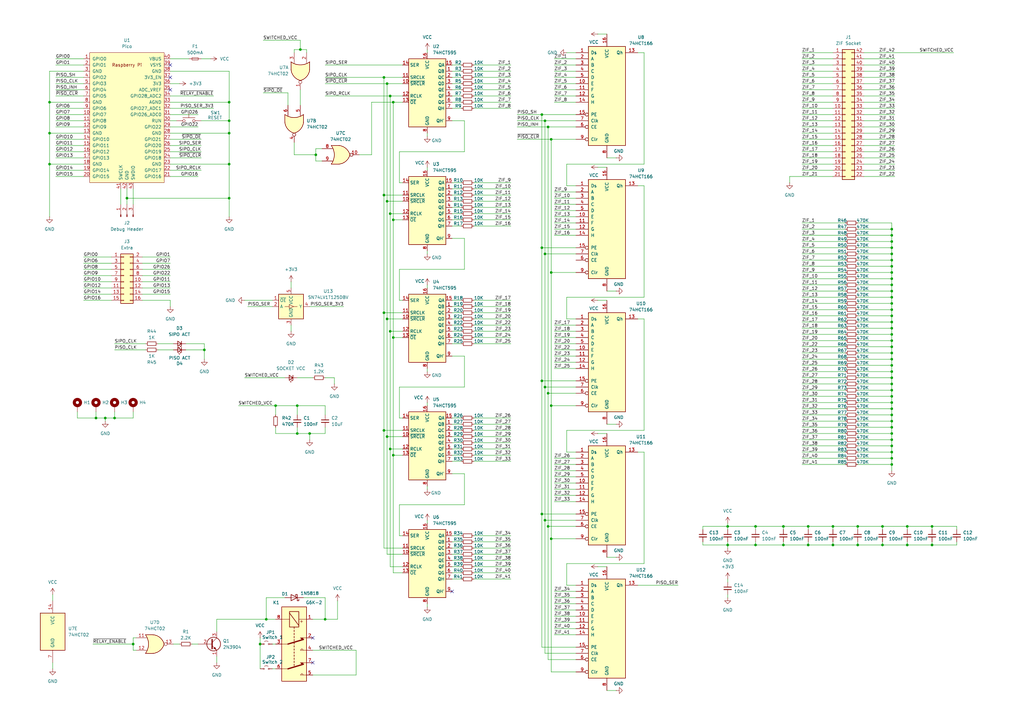
<source format=kicad_sch>
(kicad_sch (version 20231120) (generator "eeschema") (generator_version "8.0")
  (paper "A3")
  (lib_symbols
    (symbol "74xx:74HC02" (pin_names (offset 1.016))
      (property "Reference" "U" (at 0 1.27 0))
      (property "Value" "74HC02" (at 0 -1.27 0))
      (symbol "74HC02_1_1"
        (pin output inverted (at 7.62 0 180) (length 3.81) (name "~") (number "1"))
        (pin input line (at -7.62 2.54 0) (length 4.318) (name "~") (number "2"))
        (pin input line (at -7.62 -2.54 0) (length 4.318) (name "~") (number "3"))
      )
      (symbol "74HC02_1_2"
        (pin output line (at 7.62 0 180) (length 3.81) (name "~") (number "1"))
        (pin input inverted (at -7.62 2.54 0) (length 3.81) (name "~") (number "2"))
        (pin input inverted (at -7.62 -2.54 0) (length 3.81) (name "~") (number "3"))
      )
      (symbol "74HC02_2_1"
        (pin output inverted (at 7.62 0 180) (length 3.81) (name "~") (number "4"))
        (pin input line (at -7.62 2.54 0) (length 4.318) (name "~") (number "5"))
        (pin input line (at -7.62 -2.54 0) (length 4.318) (name "~") (number "6"))
      )
      (symbol "74HC02_2_2"
        (pin output line (at 7.62 0 180) (length 3.81) (name "~") (number "4"))
        (pin input inverted (at -7.62 2.54 0) (length 3.81) (name "~") (number "5"))
        (pin input inverted (at -7.62 -2.54 0) (length 3.81) (name "~") (number "6"))
      )
      (symbol "74HC02_3_1"
        (pin output inverted (at 7.62 0 180) (length 3.81) (name "~") (number "10"))
        (pin input line (at -7.62 2.54 0) (length 4.318) (name "~") (number "8"))
        (pin input line (at -7.62 -2.54 0) (length 4.318) (name "~") (number "9"))
      )
      (symbol "74HC02_3_2"
        (pin output line (at 7.62 0 180) (length 3.81) (name "~") (number "10"))
        (pin input inverted (at -7.62 2.54 0) (length 3.81) (name "~") (number "8"))
        (pin input inverted (at -7.62 -2.54 0) (length 3.81) (name "~") (number "9"))
      )
      (symbol "74HC02_4_1"
        (pin input line (at -7.62 2.54 0) (length 4.318) (name "~") (number "11"))
        (pin input line (at -7.62 -2.54 0) (length 4.318) (name "~") (number "12"))
        (pin output inverted (at 7.62 0 180) (length 3.81) (name "~") (number "13"))
      )
      (symbol "74HC02_4_2"
        (pin input inverted (at -7.62 2.54 0) (length 3.81) (name "~") (number "11"))
        (pin input inverted (at -7.62 -2.54 0) (length 3.81) (name "~") (number "12"))
        (pin output line (at 7.62 0 180) (length 3.81) (name "~") (number "13"))
      )
      (symbol "74HC02_5_0"
        (pin power_in line (at 0 12.7 270) (length 5.08) (name "VCC") (number "14"))
        (pin power_in line (at 0 -12.7 90) (length 5.08) (name "GND") (number "7"))
      )
    )
    (symbol "74xx:74HC595"
      (property "Reference" "U" (at -7.62 13.97 0))
      (property "Value" "74HC595" (at -7.62 -16.51 0))
      (symbol "74HC595_1_0"
        (pin tri_state line (at 10.16 7.62 180) (length 2.54) (name "QB") (number "1"))
        (pin input line (at -10.16 2.54 0) (length 2.54) (name "~{SRCLR}") (number "10"))
        (pin input line (at -10.16 5.08 0) (length 2.54) (name "SRCLK") (number "11"))
        (pin input line (at -10.16 -2.54 0) (length 2.54) (name "RCLK") (number "12"))
        (pin input line (at -10.16 -5.08 0) (length 2.54) (name "~{OE}") (number "13"))
        (pin input line (at -10.16 10.16 0) (length 2.54) (name "SER") (number "14"))
        (pin tri_state line (at 10.16 10.16 180) (length 2.54) (name "QA") (number "15"))
        (pin power_in line (at 0 15.24 270) (length 2.54) (name "VCC") (number "16"))
        (pin tri_state line (at 10.16 5.08 180) (length 2.54) (name "QC") (number "2"))
        (pin tri_state line (at 10.16 2.54 180) (length 2.54) (name "QD") (number "3"))
        (pin tri_state line (at 10.16 0 180) (length 2.54) (name "QE") (number "4"))
        (pin tri_state line (at 10.16 -2.54 180) (length 2.54) (name "QF") (number "5"))
        (pin tri_state line (at 10.16 -5.08 180) (length 2.54) (name "QG") (number "6"))
        (pin tri_state line (at 10.16 -7.62 180) (length 2.54) (name "QH") (number "7"))
        (pin power_in line (at 0 -17.78 90) (length 2.54) (name "GND") (number "8"))
        (pin output line (at 10.16 -12.7 180) (length 2.54) (name "QH'") (number "9"))
      )
    )
    (symbol "74xx:74LS166" (pin_names (offset 1.016))
      (property "Reference" "U" (at -7.62 21.59 0))
      (property "Value" "74LS166" (at -7.62 -21.59 0))
      (symbol "74LS166_1_0"
        (pin input line (at -12.7 17.78 0) (length 5.08) (name "Ds") (number "1"))
        (pin input line (at -12.7 5.08 0) (length 5.08) (name "E") (number "10"))
        (pin input line (at -12.7 2.54 0) (length 5.08) (name "F") (number "11"))
        (pin input line (at -12.7 0 0) (length 5.08) (name "G") (number "12"))
        (pin output line (at 12.7 17.78 180) (length 5.08) (name "Qh") (number "13"))
        (pin input line (at -12.7 -2.54 0) (length 5.08) (name "H") (number "14"))
        (pin input inverted (at -12.7 -7.62 0) (length 5.08) (name "PE") (number "15"))
        (pin power_in line (at 0 25.4 270) (length 5.08) (name "VCC") (number "16"))
        (pin input line (at -12.7 15.24 0) (length 5.08) (name "A") (number "2"))
        (pin input line (at -12.7 12.7 0) (length 5.08) (name "B") (number "3"))
        (pin input line (at -12.7 10.16 0) (length 5.08) (name "C") (number "4"))
        (pin input line (at -12.7 7.62 0) (length 5.08) (name "D") (number "5"))
        (pin input inverted (at -12.7 -12.7 0) (length 5.08) (name "CE") (number "6"))
        (pin input line (at -12.7 -10.16 0) (length 5.08) (name "Clk") (number "7"))
        (pin power_in line (at 0 -25.4 90) (length 5.08) (name "GND") (number "8"))
        (pin input inverted (at -12.7 -17.78 0) (length 5.08) (name "Clr") (number "9"))
      )
    )
    (symbol "Connector:Conn_01x03_Pin" (pin_names (offset 1.016) hide)
      (property "Reference" "J" (at 0 5.08 0))
      (property "Value" "Conn_01x03_Pin" (at 0 -5.08 0))
      (symbol "Conn_01x03_Pin_1_1"
        (pin passive line (at 5.08 2.54 180) (length 3.81) (name "Pin_1") (number "1"))
        (pin passive line (at 5.08 0 180) (length 3.81) (name "Pin_2") (number "2"))
        (pin passive line (at 5.08 -2.54 180) (length 3.81) (name "Pin_3") (number "3"))
      )
    )
    (symbol "Connector_Generic:Conn_02x08_Odd_Even" (pin_names (offset 1.016) hide)
      (property "Reference" "J" (at 1.27 10.16 0))
      (property "Value" "Conn_02x08_Odd_Even" (at 1.27 -12.7 0))
      (symbol "Conn_02x08_Odd_Even_1_1"
        (pin passive line (at -5.08 7.62 0) (length 3.81) (name "Pin_1") (number "1"))
        (pin passive line (at 7.62 -2.54 180) (length 3.81) (name "Pin_10") (number "10"))
        (pin passive line (at -5.08 -5.08 0) (length 3.81) (name "Pin_11") (number "11"))
        (pin passive line (at 7.62 -5.08 180) (length 3.81) (name "Pin_12") (number "12"))
        (pin passive line (at -5.08 -7.62 0) (length 3.81) (name "Pin_13") (number "13"))
        (pin passive line (at 7.62 -7.62 180) (length 3.81) (name "Pin_14") (number "14"))
        (pin passive line (at -5.08 -10.16 0) (length 3.81) (name "Pin_15") (number "15"))
        (pin passive line (at 7.62 -10.16 180) (length 3.81) (name "Pin_16") (number "16"))
        (pin passive line (at 7.62 7.62 180) (length 3.81) (name "Pin_2") (number "2"))
        (pin passive line (at -5.08 5.08 0) (length 3.81) (name "Pin_3") (number "3"))
        (pin passive line (at 7.62 5.08 180) (length 3.81) (name "Pin_4") (number "4"))
        (pin passive line (at -5.08 2.54 0) (length 3.81) (name "Pin_5") (number "5"))
        (pin passive line (at 7.62 2.54 180) (length 3.81) (name "Pin_6") (number "6"))
        (pin passive line (at -5.08 0 0) (length 3.81) (name "Pin_7") (number "7"))
        (pin passive line (at 7.62 0 180) (length 3.81) (name "Pin_8") (number "8"))
        (pin passive line (at -5.08 -2.54 0) (length 3.81) (name "Pin_9") (number "9"))
      )
    )
    (symbol "Connector_Generic:Conn_02x21_Counter_Clockwise" (pin_names (offset 1.016) hide)
      (property "Reference" "J" (at 1.27 27.94 0))
      (property "Value" "Conn_02x21_Counter_Clockwise" (at 1.27 -27.94 0))
      (symbol "Conn_02x21_Counter_Clockwise_1_1"
        (pin passive line (at -5.08 25.4 0) (length 3.81) (name "Pin_1") (number "1"))
        (pin passive line (at -5.08 2.54 0) (length 3.81) (name "Pin_10") (number "10"))
        (pin passive line (at -5.08 0 0) (length 3.81) (name "Pin_11") (number "11"))
        (pin passive line (at -5.08 -2.54 0) (length 3.81) (name "Pin_12") (number "12"))
        (pin passive line (at -5.08 -5.08 0) (length 3.81) (name "Pin_13") (number "13"))
        (pin passive line (at -5.08 -7.62 0) (length 3.81) (name "Pin_14") (number "14"))
        (pin passive line (at -5.08 -10.16 0) (length 3.81) (name "Pin_15") (number "15"))
        (pin passive line (at -5.08 -12.7 0) (length 3.81) (name "Pin_16") (number "16"))
        (pin passive line (at -5.08 -15.24 0) (length 3.81) (name "Pin_17") (number "17"))
        (pin passive line (at -5.08 -17.78 0) (length 3.81) (name "Pin_18") (number "18"))
        (pin passive line (at -5.08 -20.32 0) (length 3.81) (name "Pin_19") (number "19"))
        (pin passive line (at -5.08 22.86 0) (length 3.81) (name "Pin_2") (number "2"))
        (pin passive line (at -5.08 -22.86 0) (length 3.81) (name "Pin_20") (number "20"))
        (pin passive line (at -5.08 -25.4 0) (length 3.81) (name "Pin_21") (number "21"))
        (pin passive line (at 7.62 -25.4 180) (length 3.81) (name "Pin_22") (number "22"))
        (pin passive line (at 7.62 -22.86 180) (length 3.81) (name "Pin_23") (number "23"))
        (pin passive line (at 7.62 -20.32 180) (length 3.81) (name "Pin_24") (number "24"))
        (pin passive line (at 7.62 -17.78 180) (length 3.81) (name "Pin_25") (number "25"))
        (pin passive line (at 7.62 -15.24 180) (length 3.81) (name "Pin_26") (number "26"))
        (pin passive line (at 7.62 -12.7 180) (length 3.81) (name "Pin_27") (number "27"))
        (pin passive line (at 7.62 -10.16 180) (length 3.81) (name "Pin_28") (number "28"))
        (pin passive line (at 7.62 -7.62 180) (length 3.81) (name "Pin_29") (number "29"))
        (pin passive line (at -5.08 20.32 0) (length 3.81) (name "Pin_3") (number "3"))
        (pin passive line (at 7.62 -5.08 180) (length 3.81) (name "Pin_30") (number "30"))
        (pin passive line (at 7.62 -2.54 180) (length 3.81) (name "Pin_31") (number "31"))
        (pin passive line (at 7.62 0 180) (length 3.81) (name "Pin_32") (number "32"))
        (pin passive line (at 7.62 2.54 180) (length 3.81) (name "Pin_33") (number "33"))
        (pin passive line (at 7.62 5.08 180) (length 3.81) (name "Pin_34") (number "34"))
        (pin passive line (at 7.62 7.62 180) (length 3.81) (name "Pin_35") (number "35"))
        (pin passive line (at 7.62 10.16 180) (length 3.81) (name "Pin_36") (number "36"))
        (pin passive line (at 7.62 12.7 180) (length 3.81) (name "Pin_37") (number "37"))
        (pin passive line (at 7.62 15.24 180) (length 3.81) (name "Pin_38") (number "38"))
        (pin passive line (at 7.62 17.78 180) (length 3.81) (name "Pin_39") (number "39"))
        (pin passive line (at -5.08 17.78 0) (length 3.81) (name "Pin_4") (number "4"))
        (pin passive line (at 7.62 20.32 180) (length 3.81) (name "Pin_40") (number "40"))
        (pin passive line (at 7.62 22.86 180) (length 3.81) (name "Pin_41") (number "41"))
        (pin passive line (at 7.62 25.4 180) (length 3.81) (name "Pin_42") (number "42"))
        (pin passive line (at -5.08 15.24 0) (length 3.81) (name "Pin_5") (number "5"))
        (pin passive line (at -5.08 12.7 0) (length 3.81) (name "Pin_6") (number "6"))
        (pin passive line (at -5.08 10.16 0) (length 3.81) (name "Pin_7") (number "7"))
        (pin passive line (at -5.08 7.62 0) (length 3.81) (name "Pin_8") (number "8"))
        (pin passive line (at -5.08 5.08 0) (length 3.81) (name "Pin_9") (number "9"))
      )
    )
    (symbol "Device:C_Small" (pin_numbers hide) (pin_names (offset 0.254) hide)
      (property "Reference" "C" (at 0.254 1.778 0))
      (property "Value" "C_Small" (at 0.254 -2.032 0))
      (symbol "C_Small_1_1"
        (pin passive line (at 0 2.54 270) (length 2.032) (name "~") (number "1"))
        (pin passive line (at 0 -2.54 90) (length 2.032) (name "~") (number "2"))
      )
    )
    (symbol "Device:Fuse_Small" (pin_numbers hide) (pin_names (offset 0.254) hide)
      (property "Reference" "F" (at 0 -1.524 0))
      (property "Value" "Fuse_Small" (at 0 1.524 0))
      (symbol "Fuse_Small_1_1"
        (pin passive line (at -2.54 0 0) (length 1.27) (name "~") (number "1"))
        (pin passive line (at 2.54 0 180) (length 1.27) (name "~") (number "2"))
      )
    )
    (symbol "Device:LED_Small" (pin_numbers hide) (pin_names (offset 0.254) hide)
      (property "Reference" "D" (at -1.27 3.175 0))
      (property "Value" "LED_Small" (at -4.445 -2.54 0))
      (symbol "LED_Small_1_1"
        (pin passive line (at -2.54 0 0) (length 1.778) (name "K") (number "1"))
        (pin passive line (at 2.54 0 180) (length 1.778) (name "A") (number "2"))
      )
    )
    (symbol "Device:R_Small" (pin_numbers hide) (pin_names (offset 0.254) hide)
      (property "Reference" "R" (at 0.762 0.508 0))
      (property "Value" "R_Small" (at 0.762 -1.016 0))
      (symbol "R_Small_1_1"
        (pin passive line (at 0 2.54 270) (length 0.762) (name "~") (number "1"))
        (pin passive line (at 0 -2.54 90) (length 0.762) (name "~") (number "2"))
      )
    )
    (symbol "Diode:1N5818" (pin_numbers hide) (pin_names (offset 1.016) hide)
      (property "Reference" "D" (at 0 2.54 0))
      (property "Value" "1N5818" (at 0 -2.54 0))
      (symbol "1N5818_1_1"
        (pin passive line (at -3.81 0 0) (length 2.54) (name "K") (number "1"))
        (pin passive line (at 3.81 0 180) (length 2.54) (name "A") (number "2"))
      )
    )
    (symbol "Jumper:Jumper_2_Small_Open" (pin_numbers hide) (pin_names (offset 0) hide) (exclude_from_sim yes)
      (property "Reference" "JP" (at 0 2.794 0))
      (property "Value" "Jumper_2_Small_Open" (at 0 -2.286 0))
      (symbol "Jumper_2_Small_Open_1_1"
        (pin passive line (at -2.54 0 0) (length 1.27) (name "A") (number "1"))
        (pin passive line (at 2.54 0 180) (length 1.27) (name "B") (number "2"))
      )
    )
    (symbol "Logic_LevelTranslator:SN74LV1T125DBV"
      (property "Reference" "U" (at 5.08 6.35 0))
      (property "Value" "SN74LV1T125DBV" (at 5.08 3.81 0))
      (symbol "SN74LV1T125DBV_1_1"
        (pin input line (at -7.62 2.54 0) (length 2.54) (name "~{OE}") (number "1"))
        (pin input line (at -7.62 0 0) (length 2.54) (name "A") (number "2"))
        (pin power_in line (at 0 -7.62 90) (length 2.54) (name "GND") (number "3"))
        (pin output line (at 7.62 0 180) (length 2.54) (name "Y") (number "4"))
        (pin power_in line (at 0 7.62 270) (length 2.54) (name "VCC") (number "5"))
      )
    )
    (symbol "MCU_RaspberryPi_and_Boards:Pico" (pin_names (offset 1.016))
      (property "Reference" "U" (at -13.97 27.94 0))
      (property "Value" "Pico" (at 0 19.05 0))
      (symbol "Pico_0_0"
        (text "Raspberry Pi" (at 0 21.59 0) (effects (font (size 1.27 1.27))))
      )
      (symbol "Pico_1_1"
        (pin bidirectional line (at -17.78 24.13 0) (length 2.54) (name "GPIO0") (number "1"))
        (pin bidirectional line (at -17.78 1.27 0) (length 2.54) (name "GPIO7") (number "10"))
        (pin bidirectional line (at -17.78 -1.27 0) (length 2.54) (name "GPIO8") (number "11"))
        (pin bidirectional line (at -17.78 -3.81 0) (length 2.54) (name "GPIO9") (number "12"))
        (pin power_in line (at -17.78 -6.35 0) (length 2.54) (name "GND") (number "13"))
        (pin bidirectional line (at -17.78 -8.89 0) (length 2.54) (name "GPIO10") (number "14"))
        (pin bidirectional line (at -17.78 -11.43 0) (length 2.54) (name "GPIO11") (number "15"))
        (pin bidirectional line (at -17.78 -13.97 0) (length 2.54) (name "GPIO12") (number "16"))
        (pin bidirectional line (at -17.78 -16.51 0) (length 2.54) (name "GPIO13") (number "17"))
        (pin power_in line (at -17.78 -19.05 0) (length 2.54) (name "GND") (number "18"))
        (pin bidirectional line (at -17.78 -21.59 0) (length 2.54) (name "GPIO14") (number "19"))
        (pin bidirectional line (at -17.78 21.59 0) (length 2.54) (name "GPIO1") (number "2"))
        (pin bidirectional line (at -17.78 -24.13 0) (length 2.54) (name "GPIO15") (number "20"))
        (pin bidirectional line (at 17.78 -24.13 180) (length 2.54) (name "GPIO16") (number "21"))
        (pin bidirectional line (at 17.78 -21.59 180) (length 2.54) (name "GPIO17") (number "22"))
        (pin power_in line (at 17.78 -19.05 180) (length 2.54) (name "GND") (number "23"))
        (pin bidirectional line (at 17.78 -16.51 180) (length 2.54) (name "GPIO18") (number "24"))
        (pin bidirectional line (at 17.78 -13.97 180) (length 2.54) (name "GPIO19") (number "25"))
        (pin bidirectional line (at 17.78 -11.43 180) (length 2.54) (name "GPIO20") (number "26"))
        (pin bidirectional line (at 17.78 -8.89 180) (length 2.54) (name "GPIO21") (number "27"))
        (pin power_in line (at 17.78 -6.35 180) (length 2.54) (name "GND") (number "28"))
        (pin bidirectional line (at 17.78 -3.81 180) (length 2.54) (name "GPIO22") (number "29"))
        (pin power_in line (at -17.78 19.05 0) (length 2.54) (name "GND") (number "3"))
        (pin input line (at 17.78 -1.27 180) (length 2.54) (name "RUN") (number "30"))
        (pin bidirectional line (at 17.78 1.27 180) (length 2.54) (name "GPIO26_ADC0") (number "31"))
        (pin bidirectional line (at 17.78 3.81 180) (length 2.54) (name "GPIO27_ADC1") (number "32"))
        (pin power_in line (at 17.78 6.35 180) (length 2.54) (name "AGND") (number "33"))
        (pin bidirectional line (at 17.78 8.89 180) (length 2.54) (name "GPIO28_ADC2") (number "34"))
        (pin unspecified line (at 17.78 11.43 180) (length 2.54) (name "ADC_VREF") (number "35"))
        (pin unspecified line (at 17.78 13.97 180) (length 2.54) (name "3V3") (number "36"))
        (pin input line (at 17.78 16.51 180) (length 2.54) (name "3V3_EN") (number "37"))
        (pin bidirectional line (at 17.78 19.05 180) (length 2.54) (name "GND") (number "38"))
        (pin unspecified line (at 17.78 21.59 180) (length 2.54) (name "VSYS") (number "39"))
        (pin bidirectional line (at -17.78 16.51 0) (length 2.54) (name "GPIO2") (number "4"))
        (pin unspecified line (at 17.78 24.13 180) (length 2.54) (name "VBUS") (number "40"))
        (pin input line (at -2.54 -29.21 90) (length 2.54) (name "SWCLK") (number "41"))
        (pin power_in line (at 0 -29.21 90) (length 2.54) (name "GND") (number "42"))
        (pin bidirectional line (at 2.54 -29.21 90) (length 2.54) (name "SWDIO") (number "43"))
        (pin bidirectional line (at -17.78 13.97 0) (length 2.54) (name "GPIO3") (number "5"))
        (pin bidirectional line (at -17.78 11.43 0) (length 2.54) (name "GPIO4") (number "6"))
        (pin bidirectional line (at -17.78 8.89 0) (length 2.54) (name "GPIO5") (number "7"))
        (pin power_in line (at -17.78 6.35 0) (length 2.54) (name "GND") (number "8"))
        (pin bidirectional line (at -17.78 3.81 0) (length 2.54) (name "GPIO6") (number "9"))
      )
    )
    (symbol "Mechanical:MountingHole_Pad" (pin_numbers hide) (pin_names (offset 1.016) hide) (exclude_from_sim yes) (in_bom no)
      (property "Reference" "H" (at 0 6.35 0))
      (property "Value" "MountingHole_Pad" (at 0 4.445 0))
      (symbol "MountingHole_Pad_1_1"
        (pin input line (at 0 -2.54 90) (length 2.54) (name "1") (number "1"))
      )
    )
    (symbol "Relay:G6K-2"
      (property "Reference" "K" (at 16.51 3.81 0))
      (property "Value" "G6K-2" (at 16.51 1.27 0))
      (symbol "G6K-2_0_0"
        (text "+" (at -9.271 2.921 0) (effects (font (size 1.27 1.27))))
      )
      (symbol "G6K-2_1_1"
        (pin passive line (at -10.16 7.62 270) (length 2.54) (name "~") (number "1"))
        (pin passive line (at -2.54 7.62 270) (length 2.54) (name "~") (number "2"))
        (pin passive line (at 0 -7.62 90) (length 2.54) (name "~") (number "3"))
        (pin passive line (at 2.54 7.62 270) (length 2.54) (name "~") (number "4"))
        (pin passive line (at 12.7 7.62 270) (length 2.54) (name "~") (number "5"))
        (pin passive line (at 10.16 -7.62 90) (length 2.54) (name "~") (number "6"))
        (pin passive line (at 7.62 7.62 270) (length 2.54) (name "~") (number "7"))
        (pin passive line (at -10.16 -7.62 90) (length 2.54) (name "~") (number "8"))
      )
    )
    (symbol "Switch:SW_Push" (pin_numbers hide) (pin_names (offset 1.016) hide)
      (property "Reference" "SW" (at 1.27 2.54 0))
      (property "Value" "SW_Push" (at 0 -1.524 0))
      (symbol "SW_Push_0_1"
        (pin passive line (at -5.08 0 0) (length 2.54) (name "1") (number "1"))
        (pin passive line (at 5.08 0 180) (length 2.54) (name "2") (number "2"))
      )
    )
    (symbol "Transistor_BJT:2N3904" (pin_names (offset 0) hide)
      (property "Reference" "Q" (at 5.08 1.905 0))
      (property "Value" "2N3904" (at 5.08 0 0))
      (symbol "2N3904_1_1"
        (pin passive line (at 2.54 -5.08 90) (length 2.54) (name "E") (number "1"))
        (pin passive line (at -5.08 0 0) (length 5.715) (name "B") (number "2"))
        (pin passive line (at 2.54 5.08 270) (length 2.54) (name "C") (number "3"))
      )
    )
    (symbol "power:+3V3" (power) (pin_numbers hide) (pin_names (offset 0) hide)
      (property "Value" "+3V3" (at 0 3.556 0))
      (symbol "+3V3_1_1"
        (pin power_in line (at 0 0 90) (length 0) (name "~") (number "1"))
      )
    )
    (symbol "power:GND" (power) (pin_numbers hide) (pin_names (offset 0) hide)
      (property "Value" "GND" (at 0 -3.81 0))
      (symbol "GND_1_1"
        (pin power_in line (at 0 0 270) (length 0) (name "~") (number "1"))
      )
    )
    (symbol "power:VCC" (power) (pin_numbers hide) (pin_names (offset 0) hide)
      (property "Value" "VCC" (at 0 3.556 0))
      (symbol "VCC_1_1"
        (pin power_in line (at 0 0 90) (length 0) (name "~") (number "1"))
      )
    )
  )
  (junction (at 158.75 34.29))
  (junction (at 222.25 210.82))
  (junction (at 365.76 167.64))
  (junction (at 223.52 158.75))
  (junction (at 365.76 127))
  (junction (at 20.32 41.91))
  (junction (at 382.27 215.9))
  (junction (at 365.76 104.14))
  (junction (at 331.47 215.9))
  (junction (at 365.76 137.16))
  (junction (at 161.29 138.43))
  (junction (at 226.06 166.37))
  (junction (at 160.02 87.63))
  (junction (at 223.52 213.36))
  (junction (at 129.54 63.5))
  (junction (at 226.06 220.98))
  (junction (at 226.06 111.76))
  (junction (at 222.25 101.6))
  (junction (at 158.75 179.07))
  (junction (at 321.31 223.52))
  (junction (at 365.76 93.98))
  (junction (at 365.76 99.06))
  (junction (at 365.76 134.62))
  (junction (at 365.76 162.56))
  (junction (at 365.76 111.76))
  (junction (at 365.76 124.46))
  (junction (at 365.76 139.7))
  (junction (at 351.79 223.52))
  (junction (at 365.76 185.42))
  (junction (at 365.76 119.38))
  (junction (at 309.88 215.9))
  (junction (at 20.32 54.61))
  (junction (at 160.02 135.89))
  (junction (at 93.98 41.91))
  (junction (at 365.76 165.1))
  (junction (at 127 177.8))
  (junction (at 365.76 106.68))
  (junction (at 223.52 49.53))
  (junction (at 361.95 223.52))
  (junction (at 157.48 31.75))
  (junction (at 226.06 57.15))
  (junction (at 93.98 67.31))
  (junction (at 224.79 215.9))
  (junction (at 365.76 187.96))
  (junction (at 365.76 180.34))
  (junction (at 93.98 49.53))
  (junction (at 365.76 129.54))
  (junction (at 157.48 80.01))
  (junction (at 39.37 171.45))
  (junction (at 161.29 41.91))
  (junction (at 298.45 223.52))
  (junction (at 365.76 157.48))
  (junction (at 365.76 149.86))
  (junction (at 365.76 101.6))
  (junction (at 365.76 172.72))
  (junction (at 93.98 81.28))
  (junction (at 321.31 215.9))
  (junction (at 309.88 223.52))
  (junction (at 157.48 128.27))
  (junction (at 382.27 223.52))
  (junction (at 113.03 166.37))
  (junction (at 365.76 121.92))
  (junction (at 365.76 154.94))
  (junction (at 224.79 52.07))
  (junction (at 158.75 82.55))
  (junction (at 158.75 130.81))
  (junction (at 365.76 109.22))
  (junction (at 365.76 116.84))
  (junction (at 365.76 170.18))
  (junction (at 365.76 177.8))
  (junction (at 341.63 215.9))
  (junction (at 361.95 215.9))
  (junction (at 224.79 161.29))
  (junction (at 157.48 176.53))
  (junction (at 52.07 81.28))
  (junction (at 331.47 223.52))
  (junction (at 46.99 171.45))
  (junction (at 365.76 144.78))
  (junction (at 365.76 147.32))
  (junction (at 106.68 264.16))
  (junction (at 20.32 67.31))
  (junction (at 365.76 152.4))
  (junction (at 372.11 215.9))
  (junction (at 365.76 175.26))
  (junction (at 223.52 104.14))
  (junction (at 161.29 90.17))
  (junction (at 365.76 182.88))
  (junction (at 123.19 20.32))
  (junction (at 365.76 114.3))
  (junction (at 365.76 132.08))
  (junction (at 341.63 223.52))
  (junction (at 121.92 166.37))
  (junction (at 365.76 160.02))
  (junction (at 109.22 254))
  (junction (at 54.61 264.16))
  (junction (at 351.79 215.9))
  (junction (at 83.82 143.51))
  (junction (at 365.76 96.52))
  (junction (at 365.76 142.24))
  (junction (at 222.25 46.99))
  (junction (at 161.29 186.69))
  (junction (at 222.25 156.21))
  (junction (at 298.45 215.9))
  (junction (at 121.92 177.8))
  (junction (at 43.18 171.45))
  (junction (at 372.11 223.52))
  (junction (at 133.35 254))
  (junction (at 93.98 54.61))
  (junction (at 160.02 184.15))
  (junction (at 160.02 39.37))
  (junction (at 365.76 190.5))
  (no_connect (at 128.27 271.78))
  (no_connect (at 69.85 36.83))
  (no_connect (at 69.85 31.75))
  (no_connect (at 185.42 242.57))
  (no_connect (at 128.27 261.62))
  (no_connect (at 69.85 26.67))
  (wire (pts (xy 22.86 39.37) (xy 34.29 39.37)))
  (wire (pts (xy 365.76 175.26) (xy 365.76 177.8)))
  (wire (pts (xy 351.79 152.4) (xy 365.76 152.4)))
  (wire (pts (xy 351.79 121.92) (xy 365.76 121.92)))
  (wire (pts (xy 331.47 223.52) (xy 341.63 223.52)))
  (wire (pts (xy 328.93 41.91) (xy 341.63 41.91)))
  (wire (pts (xy 341.63 215.9) (xy 351.79 215.9)))
  (wire (pts (xy 83.82 143.51) (xy 83.82 147.32)))
  (wire (pts (xy 121.92 177.8) (xy 127 177.8)))
  (wire (pts (xy 185.42 80.01) (xy 189.23 80.01)))
  (wire (pts (xy 194.31 176.53) (xy 209.55 176.53)))
  (wire (pts (xy 20.32 54.61) (xy 20.32 41.91)))
  (wire (pts (xy 20.32 88.9) (xy 20.32 67.31)))
  (wire (pts (xy 245.11 13.97) (xy 248.92 13.97)))
  (wire (pts (xy 224.79 52.07) (xy 224.79 161.29)))
  (wire (pts (xy 20.32 54.61) (xy 34.29 54.61)))
  (wire (pts (xy 354.33 26.67) (xy 367.03 26.67)))
  (wire (pts (xy 354.33 69.85) (xy 367.03 69.85)))
  (wire (pts (xy 129.54 60.96) (xy 129.54 63.5)))
  (wire (pts (xy 261.62 21.59) (xy 264.16 21.59)))
  (wire (pts (xy 93.98 41.91) (xy 93.98 49.53)))
  (wire (pts (xy 264.16 176.53) (xy 232.41 176.53)))
  (wire (pts (xy 227.33 83.82) (xy 236.22 83.82)))
  (wire (pts (xy 212.09 52.07) (xy 224.79 52.07)))
  (wire (pts (xy 22.86 69.85) (xy 34.29 69.85)))
  (wire (pts (xy 194.31 87.63) (xy 209.55 87.63)))
  (wire (pts (xy 227.33 198.12) (xy 236.22 198.12)))
  (wire (pts (xy 232.41 130.81) (xy 236.22 130.81)))
  (wire (pts (xy 107.95 38.1) (xy 118.11 38.1)))
  (wire (pts (xy 328.93 157.48) (xy 346.71 157.48)))
  (wire (pts (xy 109.22 254) (xy 109.22 245.11)))
  (wire (pts (xy 22.86 72.39) (xy 34.29 72.39)))
  (wire (pts (xy 185.42 135.89) (xy 189.23 135.89)))
  (wire (pts (xy 194.31 31.75) (xy 209.55 31.75)))
  (wire (pts (xy 185.42 140.97) (xy 189.23 140.97)))
  (wire (pts (xy 351.79 180.34) (xy 365.76 180.34)))
  (wire (pts (xy 351.79 106.68) (xy 365.76 106.68)))
  (wire (pts (xy 82.55 49.53) (xy 93.98 49.53)))
  (wire (pts (xy 133.35 31.75) (xy 157.48 31.75)))
  (wire (pts (xy 175.26 247.65) (xy 175.26 248.92)))
  (wire (pts (xy 365.76 157.48) (xy 365.76 160.02)))
  (wire (pts (xy 351.79 124.46) (xy 365.76 124.46)))
  (wire (pts (xy 83.82 140.97) (xy 83.82 143.51)))
  (wire (pts (xy 185.42 34.29) (xy 189.23 34.29)))
  (wire (pts (xy 152.4 41.91) (xy 161.29 41.91)))
  (wire (pts (xy 309.88 223.52) (xy 321.31 223.52)))
  (wire (pts (xy 354.33 29.21) (xy 367.03 29.21)))
  (wire (pts (xy 226.06 111.76) (xy 226.06 166.37)))
  (wire (pts (xy 328.93 44.45) (xy 341.63 44.45)))
  (wire (pts (xy 261.62 130.81) (xy 264.16 130.81)))
  (wire (pts (xy 227.33 41.91) (xy 236.22 41.91)))
  (wire (pts (xy 158.75 179.07) (xy 165.1 179.07)))
  (wire (pts (xy 185.42 227.33) (xy 189.23 227.33)))
  (wire (pts (xy 227.33 138.43) (xy 236.22 138.43)))
  (wire (pts (xy 39.37 168.91) (xy 39.37 171.45)))
  (wire (pts (xy 264.16 231.14) (xy 232.41 231.14)))
  (wire (pts (xy 119.38 115.57) (xy 119.38 118.11)))
  (wire (pts (xy 328.93 142.24) (xy 346.71 142.24)))
  (wire (pts (xy 227.33 250.19) (xy 236.22 250.19)))
  (wire (pts (xy 351.79 127) (xy 365.76 127)))
  (wire (pts (xy 158.75 130.81) (xy 158.75 179.07)))
  (wire (pts (xy 328.93 144.78) (xy 346.71 144.78)))
  (wire (pts (xy 245.11 232.41) (xy 248.92 232.41)))
  (wire (pts (xy 185.42 36.83) (xy 189.23 36.83)))
  (wire (pts (xy 351.79 167.64) (xy 365.76 167.64)))
  (wire (pts (xy 190.5 62.23) (xy 163.83 62.23)))
  (wire (pts (xy 328.93 167.64) (xy 346.71 167.64)))
  (wire (pts (xy 113.03 175.26) (xy 113.03 177.8)))
  (wire (pts (xy 194.31 41.91) (xy 209.55 41.91)))
  (wire (pts (xy 351.79 101.6) (xy 365.76 101.6)))
  (wire (pts (xy 264.16 121.92) (xy 232.41 121.92)))
  (wire (pts (xy 365.76 190.5) (xy 365.76 193.04)))
  (wire (pts (xy 328.93 64.77) (xy 341.63 64.77)))
  (wire (pts (xy 224.79 215.9) (xy 236.22 215.9)))
  (wire (pts (xy 21.59 243.84) (xy 21.59 246.38)))
  (wire (pts (xy 120.65 58.42) (xy 120.65 63.5)))
  (wire (pts (xy 328.93 185.42) (xy 346.71 185.42)))
  (wire (pts (xy 101.6 125.73) (xy 111.76 125.73)))
  (wire (pts (xy 185.42 234.95) (xy 189.23 234.95)))
  (wire (pts (xy 354.33 46.99) (xy 367.03 46.99)))
  (wire (pts (xy 392.43 215.9) (xy 392.43 217.17)))
  (wire (pts (xy 365.76 93.98) (xy 365.76 96.52)))
  (wire (pts (xy 223.52 104.14) (xy 223.52 158.75)))
  (wire (pts (xy 88.9 269.24) (xy 88.9 271.78)))
  (wire (pts (xy 20.32 67.31) (xy 20.32 54.61)))
  (wire (pts (xy 194.31 44.45) (xy 209.55 44.45)))
  (wire (pts (xy 34.29 107.95) (xy 45.72 107.95)))
  (wire (pts (xy 328.93 127) (xy 346.71 127)))
  (wire (pts (xy 328.93 24.13) (xy 341.63 24.13)))
  (wire (pts (xy 160.02 87.63) (xy 160.02 135.89)))
  (wire (pts (xy 190.5 194.31) (xy 190.5 207.01)))
  (wire (pts (xy 223.52 213.36) (xy 223.52 267.97)))
  (wire (pts (xy 161.29 138.43) (xy 161.29 186.69)))
  (wire (pts (xy 328.93 52.07) (xy 341.63 52.07)))
  (wire (pts (xy 226.06 220.98) (xy 226.06 275.59)))
  (wire (pts (xy 328.93 91.44) (xy 346.71 91.44)))
  (wire (pts (xy 54.61 261.62) (xy 54.61 264.16)))
  (wire (pts (xy 222.25 101.6) (xy 222.25 156.21)))
  (wire (pts (xy 194.31 219.71) (xy 209.55 219.71)))
  (wire (pts (xy 20.32 41.91) (xy 34.29 41.91)))
  (wire (pts (xy 185.42 97.79) (xy 190.5 97.79)))
  (wire (pts (xy 351.79 157.48) (xy 365.76 157.48)))
  (wire (pts (xy 354.33 54.61) (xy 367.03 54.61)))
  (wire (pts (xy 321.31 223.52) (xy 331.47 223.52)))
  (wire (pts (xy 288.29 217.17) (xy 288.29 215.9)))
  (wire (pts (xy 121.92 166.37) (xy 133.35 166.37)))
  (wire (pts (xy 175.26 20.32) (xy 175.26 21.59)))
  (wire (pts (xy 116.84 154.94) (xy 100.33 154.94)))
  (wire (pts (xy 328.93 187.96) (xy 346.71 187.96)))
  (wire (pts (xy 309.88 215.9) (xy 309.88 217.17)))
  (wire (pts (xy 160.02 135.89) (xy 165.1 135.89)))
  (wire (pts (xy 351.79 116.84) (xy 365.76 116.84)))
  (wire (pts (xy 111.76 264.16) (xy 113.03 264.16)))
  (wire (pts (xy 365.76 152.4) (xy 365.76 154.94)))
  (wire (pts (xy 158.75 130.81) (xy 165.1 130.81)))
  (wire (pts (xy 194.31 26.67) (xy 209.55 26.67)))
  (wire (pts (xy 22.86 44.45) (xy 34.29 44.45)))
  (wire (pts (xy 351.79 91.44) (xy 365.76 91.44)))
  (wire (pts (xy 190.5 158.75) (xy 163.83 158.75)))
  (wire (pts (xy 382.27 222.25) (xy 382.27 223.52)))
  (wire (pts (xy 351.79 142.24) (xy 365.76 142.24)))
  (wire (pts (xy 106.68 261.62) (xy 106.68 264.16)))
  (wire (pts (xy 365.76 104.14) (xy 365.76 106.68)))
  (wire (pts (xy 133.35 166.37) (xy 133.35 170.18)))
  (wire (pts (xy 100.33 123.19) (xy 111.76 123.19)))
  (wire (pts (xy 224.79 52.07) (xy 236.22 52.07)))
  (wire (pts (xy 133.35 177.8) (xy 133.35 175.26)))
  (wire (pts (xy 34.29 118.11) (xy 45.72 118.11)))
  (wire (pts (xy 69.85 29.21) (xy 93.98 29.21)))
  (wire (pts (xy 354.33 39.37) (xy 367.03 39.37)))
  (wire (pts (xy 121.92 154.94) (xy 128.27 154.94)))
  (wire (pts (xy 223.52 213.36) (xy 236.22 213.36)))
  (wire (pts (xy 97.79 166.37) (xy 113.03 166.37)))
  (wire (pts (xy 328.93 180.34) (xy 346.71 180.34)))
  (wire (pts (xy 222.25 210.82) (xy 222.25 265.43)))
  (wire (pts (xy 34.29 105.41) (xy 45.72 105.41)))
  (wire (pts (xy 69.85 39.37) (xy 87.63 39.37)))
  (wire (pts (xy 54.61 264.16) (xy 54.61 266.7)))
  (wire (pts (xy 354.33 57.15) (xy 367.03 57.15)))
  (wire (pts (xy 133.35 245.11) (xy 133.35 254)))
  (wire (pts (xy 298.45 243.84) (xy 298.45 245.11)))
  (wire (pts (xy 157.48 176.53) (xy 165.1 176.53)))
  (wire (pts (xy 354.33 36.83) (xy 367.03 36.83)))
  (wire (pts (xy 46.99 168.91) (xy 46.99 171.45)))
  (wire (pts (xy 227.33 29.21) (xy 236.22 29.21)))
  (wire (pts (xy 190.5 110.49) (xy 163.83 110.49)))
  (wire (pts (xy 185.42 44.45) (xy 189.23 44.45)))
  (wire (pts (xy 194.31 181.61) (xy 209.55 181.61)))
  (wire (pts (xy 361.95 223.52) (xy 372.11 223.52)))
  (wire (pts (xy 328.93 36.83) (xy 341.63 36.83)))
  (wire (pts (xy 146.05 276.86) (xy 146.05 266.7)))
  (wire (pts (xy 354.33 21.59) (xy 391.16 21.59)))
  (wire (pts (xy 365.76 121.92) (xy 365.76 124.46)))
  (wire (pts (xy 288.29 222.25) (xy 288.29 223.52)))
  (wire (pts (xy 127 177.8) (xy 127 180.34)))
  (wire (pts (xy 328.93 31.75) (xy 341.63 31.75)))
  (wire (pts (xy 232.41 240.03) (xy 236.22 240.03)))
  (wire (pts (xy 133.35 254) (xy 138.43 254)))
  (wire (pts (xy 21.59 271.78) (xy 21.59 274.32)))
  (wire (pts (xy 160.02 39.37) (xy 165.1 39.37)))
  (wire (pts (xy 227.33 200.66) (xy 236.22 200.66)))
  (wire (pts (xy 157.48 31.75) (xy 157.48 80.01)))
  (wire (pts (xy 194.31 186.69) (xy 209.55 186.69)))
  (wire (pts (xy 298.45 237.49) (xy 298.45 238.76)))
  (wire (pts (xy 127 125.73) (xy 140.97 125.73)))
  (wire (pts (xy 194.31 232.41) (xy 209.55 232.41)))
  (wire (pts (xy 185.42 146.05) (xy 190.5 146.05)))
  (wire (pts (xy 212.09 49.53) (xy 223.52 49.53)))
  (wire (pts (xy 64.77 140.97) (xy 71.12 140.97)))
  (wire (pts (xy 158.75 82.55) (xy 158.75 130.81)))
  (wire (pts (xy 245.11 177.8) (xy 248.92 177.8)))
  (wire (pts (xy 125.73 20.32) (xy 125.73 21.59)))
  (wire (pts (xy 298.45 222.25) (xy 298.45 223.52)))
  (wire (pts (xy 354.33 44.45) (xy 367.03 44.45)))
  (wire (pts (xy 161.29 41.91) (xy 161.29 90.17)))
  (wire (pts (xy 69.85 105.41) (xy 58.42 105.41)))
  (wire (pts (xy 111.76 274.32) (xy 113.03 274.32)))
  (wire (pts (xy 185.42 41.91) (xy 189.23 41.91)))
  (wire (pts (xy 351.79 182.88) (xy 365.76 182.88)))
  (wire (pts (xy 152.4 41.91) (xy 152.4 63.5)))
  (wire (pts (xy 328.93 182.88) (xy 346.71 182.88)))
  (wire (pts (xy 248.92 64.77) (xy 252.73 64.77)))
  (wire (pts (xy 361.95 222.25) (xy 361.95 223.52)))
  (wire (pts (xy 160.02 184.15) (xy 160.02 232.41)))
  (wire (pts (xy 69.85 34.29) (xy 73.66 34.29)))
  (wire (pts (xy 331.47 222.25) (xy 331.47 223.52)))
  (wire (pts (xy 175.26 199.39) (xy 175.26 200.66)))
  (wire (pts (xy 69.85 57.15) (xy 82.55 57.15)))
  (wire (pts (xy 49.53 77.47) (xy 49.53 83.82)))
  (wire (pts (xy 161.29 90.17) (xy 161.29 138.43)))
  (wire (pts (xy 351.79 144.78) (xy 365.76 144.78)))
  (wire (pts (xy 185.42 181.61) (xy 189.23 181.61)))
  (wire (pts (xy 185.42 77.47) (xy 189.23 77.47)))
  (wire (pts (xy 22.86 46.99) (xy 34.29 46.99)))
  (wire (pts (xy 185.42 74.93) (xy 189.23 74.93)))
  (wire (pts (xy 341.63 223.52) (xy 351.79 223.52)))
  (wire (pts (xy 129.54 63.5) (xy 129.54 66.04)))
  (wire (pts (xy 46.99 140.97) (xy 59.69 140.97)))
  (wire (pts (xy 194.31 85.09) (xy 209.55 85.09)))
  (wire (pts (xy 69.85 72.39) (xy 81.28 72.39)))
  (wire (pts (xy 365.76 139.7) (xy 365.76 142.24)))
  (wire (pts (xy 123.19 20.32) (xy 125.73 20.32)))
  (wire (pts (xy 351.79 132.08) (xy 365.76 132.08)))
  (wire (pts (xy 20.32 41.91) (xy 20.32 29.21)))
  (wire (pts (xy 328.93 49.53) (xy 341.63 49.53)))
  (wire (pts (xy 52.07 81.28) (xy 52.07 83.82)))
  (wire (pts (xy 365.76 170.18) (xy 365.76 172.72)))
  (wire (pts (xy 351.79 170.18) (xy 365.76 170.18)))
  (wire (pts (xy 185.42 123.19) (xy 189.23 123.19)))
  (wire (pts (xy 222.25 46.99) (xy 236.22 46.99)))
  (wire (pts (xy 365.76 154.94) (xy 365.76 157.48)))
  (wire (pts (xy 194.31 123.19) (xy 209.55 123.19)))
  (wire (pts (xy 212.09 57.15) (xy 226.06 57.15)))
  (wire (pts (xy 109.22 245.11) (xy 116.84 245.11)))
  (wire (pts (xy 163.83 207.01) (xy 163.83 219.71)))
  (wire (pts (xy 351.79 147.32) (xy 365.76 147.32)))
  (wire (pts (xy 69.85 120.65) (xy 58.42 120.65)))
  (wire (pts (xy 365.76 119.38) (xy 365.76 121.92)))
  (wire (pts (xy 365.76 180.34) (xy 365.76 182.88)))
  (wire (pts (xy 123.19 16.51) (xy 123.19 20.32)))
  (wire (pts (xy 365.76 99.06) (xy 365.76 101.6)))
  (wire (pts (xy 194.31 133.35) (xy 209.55 133.35)))
  (wire (pts (xy 248.92 228.6) (xy 252.73 228.6)))
  (wire (pts (xy 298.45 214.63) (xy 298.45 215.9)))
  (wire (pts (xy 54.61 266.7) (xy 55.88 266.7)))
  (wire (pts (xy 161.29 186.69) (xy 161.29 234.95)))
  (wire (pts (xy 224.79 161.29) (xy 224.79 215.9)))
  (wire (pts (xy 43.18 171.45) (xy 46.99 171.45)))
  (wire (pts (xy 328.93 57.15) (xy 341.63 57.15)))
  (wire (pts (xy 328.93 154.94) (xy 346.71 154.94)))
  (wire (pts (xy 160.02 232.41) (xy 165.1 232.41)))
  (wire (pts (xy 185.42 133.35) (xy 189.23 133.35)))
  (wire (pts (xy 223.52 49.53) (xy 236.22 49.53)))
  (wire (pts (xy 194.31 173.99) (xy 209.55 173.99)))
  (wire (pts (xy 226.06 57.15) (xy 226.06 111.76)))
  (wire (pts (xy 354.33 52.07) (xy 367.03 52.07)))
  (wire (pts (xy 175.26 213.36) (xy 175.26 214.63)))
  (wire (pts (xy 372.11 215.9) (xy 382.27 215.9)))
  (wire (pts (xy 194.31 90.17) (xy 209.55 90.17)))
  (wire (pts (xy 351.79 215.9) (xy 351.79 217.17)))
  (wire (pts (xy 185.42 138.43) (xy 189.23 138.43)))
  (wire (pts (xy 351.79 96.52) (xy 365.76 96.52)))
  (wire (pts (xy 351.79 114.3) (xy 365.76 114.3)))
  (wire (pts (xy 185.42 171.45) (xy 189.23 171.45)))
  (wire (pts (xy 321.31 215.9) (xy 321.31 217.17)))
  (wire (pts (xy 175.26 165.1) (xy 175.26 166.37)))
  (wire (pts (xy 157.48 128.27) (xy 165.1 128.27)))
  (wire (pts (xy 323.85 72.39) (xy 323.85 74.93)))
  (wire (pts (xy 194.31 171.45) (xy 209.55 171.45)))
  (wire (pts (xy 194.31 234.95) (xy 209.55 234.95)))
  (wire (pts (xy 227.33 203.2) (xy 236.22 203.2)))
  (wire (pts (xy 328.93 147.32) (xy 346.71 147.32)))
  (wire (pts (xy 227.33 24.13) (xy 236.22 24.13)))
  (wire (pts (xy 372.11 215.9) (xy 372.11 217.17)))
  (wire (pts (xy 121.92 175.26) (xy 121.92 177.8)))
  (wire (pts (xy 321.31 215.9) (xy 331.47 215.9)))
  (wire (pts (xy 190.5 49.53) (xy 190.5 62.23)))
  (wire (pts (xy 45.72 123.19) (xy 34.29 123.19)))
  (wire (pts (xy 328.93 111.76) (xy 346.71 111.76)))
  (wire (pts (xy 365.76 165.1) (xy 365.76 167.64)))
  (wire (pts (xy 264.16 76.2) (xy 264.16 121.92)))
  (wire (pts (xy 52.07 77.47) (xy 52.07 81.28)))
  (wire (pts (xy 212.09 46.99) (xy 222.25 46.99)))
  (wire (pts (xy 132.08 60.96) (xy 129.54 60.96)))
  (wire (pts (xy 161.29 138.43) (xy 165.1 138.43)))
  (wire (pts (xy 194.31 222.25) (xy 209.55 222.25)))
  (wire (pts (xy 78.74 264.16) (xy 81.28 264.16)))
  (wire (pts (xy 248.92 119.38) (xy 252.73 119.38)))
  (wire (pts (xy 58.42 113.03) (xy 69.85 113.03)))
  (wire (pts (xy 118.11 43.18) (xy 118.11 38.1)))
  (wire (pts (xy 58.42 123.19) (xy 69.85 123.19)))
  (wire (pts (xy 227.33 34.29) (xy 236.22 34.29)))
  (wire (pts (xy 354.33 31.75) (xy 367.03 31.75)))
  (wire (pts (xy 248.92 283.21) (xy 252.73 283.21)))
  (wire (pts (xy 222.25 101.6) (xy 236.22 101.6)))
  (wire (pts (xy 331.47 215.9) (xy 331.47 217.17)))
  (wire (pts (xy 69.85 64.77) (xy 82.55 64.77)))
  (wire (pts (xy 232.41 67.31) (xy 232.41 76.2)))
  (wire (pts (xy 158.75 82.55) (xy 165.1 82.55)))
  (wire (pts (xy 163.83 219.71) (xy 165.1 219.71)))
  (wire (pts (xy 127 177.8) (xy 133.35 177.8)))
  (wire (pts (xy 328.93 121.92) (xy 346.71 121.92)))
  (wire (pts (xy 194.31 34.29) (xy 209.55 34.29)))
  (wire (pts (xy 161.29 90.17) (xy 165.1 90.17)))
  (wire (pts (xy 351.79 139.7) (xy 365.76 139.7)))
  (wire (pts (xy 22.86 31.75) (xy 34.29 31.75)))
  (wire (pts (xy 185.42 128.27) (xy 189.23 128.27)))
  (wire (pts (xy 288.29 215.9) (xy 298.45 215.9)))
  (wire (pts (xy 133.35 34.29) (xy 158.75 34.29)))
  (wire (pts (xy 365.76 114.3) (xy 365.76 116.84)))
  (wire (pts (xy 351.79 172.72) (xy 365.76 172.72)))
  (wire (pts (xy 354.33 34.29) (xy 367.03 34.29)))
  (wire (pts (xy 227.33 190.5) (xy 236.22 190.5)))
  (wire (pts (xy 54.61 171.45) (xy 54.61 168.91)))
  (wire (pts (xy 227.33 26.67) (xy 236.22 26.67)))
  (wire (pts (xy 232.41 121.92) (xy 232.41 130.81)))
  (wire (pts (xy 22.86 52.07) (xy 34.29 52.07)))
  (wire (pts (xy 185.42 229.87) (xy 189.23 229.87)))
  (wire (pts (xy 22.86 26.67) (xy 34.29 26.67)))
  (wire (pts (xy 365.76 111.76) (xy 365.76 114.3)))
  (wire (pts (xy 323.85 72.39) (xy 341.63 72.39)))
  (wire (pts (xy 226.06 220.98) (xy 236.22 220.98)))
  (wire (pts (xy 365.76 132.08) (xy 365.76 134.62)))
  (wire (pts (xy 93.98 29.21) (xy 93.98 41.91)))
  (wire (pts (xy 82.55 24.13) (xy 86.36 24.13)))
  (wire (pts (xy 69.85 118.11) (xy 58.42 118.11)))
  (wire (pts (xy 120.65 63.5) (xy 129.54 63.5)))
  (wire (pts (xy 54.61 77.47) (xy 54.61 83.82)))
  (wire (pts (xy 351.79 175.26) (xy 365.76 175.26)))
  (wire (pts (xy 113.03 177.8) (xy 121.92 177.8)))
  (wire (pts (xy 34.29 120.65) (xy 45.72 120.65)))
  (wire (pts (xy 185.42 130.81) (xy 189.23 130.81)))
  (wire (pts (xy 194.31 135.89) (xy 209.55 135.89)))
  (wire (pts (xy 227.33 255.27) (xy 236.22 255.27)))
  (wire (pts (xy 22.86 36.83) (xy 34.29 36.83)))
  (wire (pts (xy 52.07 81.28) (xy 93.98 81.28)))
  (wire (pts (xy 43.18 171.45) (xy 43.18 172.72)))
  (wire (pts (xy 158.75 179.07) (xy 158.75 227.33)))
  (wire (pts (xy 69.85 69.85) (xy 82.55 69.85)))
  (wire (pts (xy 232.41 185.42) (xy 236.22 185.42)))
  (wire (pts (xy 354.33 49.53) (xy 367.03 49.53)))
  (wire (pts (xy 175.26 151.13) (xy 175.26 152.4)))
  (wire (pts (xy 365.76 177.8) (xy 365.76 180.34)))
  (wire (pts (xy 185.42 179.07) (xy 189.23 179.07)))
  (wire (pts (xy 194.31 128.27) (xy 209.55 128.27)))
  (wire (pts (xy 133.35 254) (xy 128.27 254)))
  (wire (pts (xy 264.16 130.81) (xy 264.16 176.53)))
  (wire (pts (xy 351.79 215.9) (xy 361.95 215.9)))
  (wire (pts (xy 64.77 143.51) (xy 71.12 143.51)))
  (wire (pts (xy 223.52 104.14) (xy 236.22 104.14)))
  (wire (pts (xy 328.93 175.26) (xy 346.71 175.26)))
  (wire (pts (xy 128.27 266.7) (xy 146.05 266.7)))
  (wire (pts (xy 328.93 116.84) (xy 346.71 116.84)))
  (wire (pts (xy 109.22 254) (xy 113.03 254)))
  (wire (pts (xy 354.33 64.77) (xy 367.03 64.77)))
  (wire (pts (xy 185.42 224.79) (xy 189.23 224.79)))
  (wire (pts (xy 39.37 171.45) (xy 43.18 171.45)))
  (wire (pts (xy 328.93 137.16) (xy 346.71 137.16)))
  (wire (pts (xy 222.25 156.21) (xy 236.22 156.21)))
  (wire (pts (xy 157.48 224.79) (xy 165.1 224.79)))
  (wire (pts (xy 245.11 68.58) (xy 248.92 68.58)))
  (wire (pts (xy 185.42 189.23) (xy 189.23 189.23)))
  (wire (pts (xy 46.99 171.45) (xy 54.61 171.45)))
  (wire (pts (xy 34.29 113.03) (xy 45.72 113.03)))
  (wire (pts (xy 157.48 80.01) (xy 157.48 128.27)))
  (wire (pts (xy 107.95 16.51) (xy 123.19 16.51)))
  (wire (pts (xy 69.85 49.53) (xy 72.39 49.53)))
  (wire (pts (xy 194.31 36.83) (xy 209.55 36.83)))
  (wire (pts (xy 351.79 165.1) (xy 365.76 165.1)))
  (wire (pts (xy 185.42 26.67) (xy 189.23 26.67)))
  (wire (pts (xy 31.75 168.91) (xy 31.75 171.45)))
  (wire (pts (xy 185.42 176.53) (xy 189.23 176.53)))
  (wire (pts (xy 69.85 24.13) (xy 77.47 24.13)))
  (wire (pts (xy 227.33 88.9) (xy 236.22 88.9)))
  (wire (pts (xy 261.62 240.03) (xy 278.13 240.03)))
  (wire (pts (xy 185.42 173.99) (xy 189.23 173.99)))
  (wire (pts (xy 227.33 143.51) (xy 236.22 143.51)))
  (wire (pts (xy 158.75 34.29) (xy 165.1 34.29)))
  (wire (pts (xy 351.79 154.94) (xy 365.76 154.94)))
  (wire (pts (xy 351.79 134.62) (xy 365.76 134.62)))
  (wire (pts (xy 328.93 162.56) (xy 346.71 162.56)))
  (wire (pts (xy 227.33 39.37) (xy 236.22 39.37)))
  (wire (pts (xy 223.52 49.53) (xy 223.52 104.14)))
  (wire (pts (xy 69.85 41.91) (xy 93.98 41.91)))
  (wire (pts (xy 328.93 101.6) (xy 346.71 101.6)))
  (wire (pts (xy 223.52 158.75) (xy 223.52 213.36)))
  (wire (pts (xy 328.93 104.14) (xy 346.71 104.14)))
  (wire (pts (xy 224.79 161.29) (xy 236.22 161.29)))
  (wire (pts (xy 328.93 26.67) (xy 341.63 26.67)))
  (wire (pts (xy 365.76 134.62) (xy 365.76 137.16)))
  (wire (pts (xy 227.33 135.89) (xy 236.22 135.89)))
  (wire (pts (xy 163.83 171.45) (xy 165.1 171.45)))
  (wire (pts (xy 123.19 36.83) (xy 123.19 43.18)))
  (wire (pts (xy 120.65 21.59) (xy 120.65 20.32)))
  (wire (pts (xy 227.33 187.96) (xy 236.22 187.96)))
  (wire (pts (xy 157.48 128.27) (xy 157.48 176.53)))
  (wire (pts (xy 128.27 276.86) (xy 146.05 276.86)))
  (wire (pts (xy 227.33 86.36) (xy 236.22 86.36)))
  (wire (pts (xy 22.86 64.77) (xy 34.29 64.77)))
  (wire (pts (xy 34.29 115.57) (xy 45.72 115.57)))
  (wire (pts (xy 194.31 130.81) (xy 209.55 130.81)))
  (wire (pts (xy 185.42 184.15) (xy 189.23 184.15)))
  (wire (pts (xy 227.33 257.81) (xy 236.22 257.81)))
  (wire (pts (xy 120.65 20.32) (xy 123.19 20.32)))
  (wire (pts (xy 351.79 223.52) (xy 361.95 223.52)))
  (wire (pts (xy 232.41 231.14) (xy 232.41 240.03)))
  (wire (pts (xy 158.75 227.33) (xy 165.1 227.33)))
  (wire (pts (xy 194.31 140.97) (xy 209.55 140.97)))
  (wire (pts (xy 224.79 270.51) (xy 236.22 270.51)))
  (wire (pts (xy 69.85 46.99) (xy 81.28 46.99)))
  (wire (pts (xy 328.93 109.22) (xy 346.71 109.22)))
  (wire (pts (xy 365.76 162.56) (xy 365.76 165.1)))
  (wire (pts (xy 365.76 137.16) (xy 365.76 139.7)))
  (wire (pts (xy 365.76 142.24) (xy 365.76 144.78)))
  (wire (pts (xy 185.42 232.41) (xy 189.23 232.41)))
  (wire (pts (xy 298.45 215.9) (xy 309.88 215.9)))
  (wire (pts (xy 194.31 184.15) (xy 209.55 184.15)))
  (wire (pts (xy 175.26 54.61) (xy 175.26 55.88)))
  (wire (pts (xy 124.46 245.11) (xy 133.35 245.11)))
  (wire (pts (xy 382.27 223.52) (xy 392.43 223.52)))
  (wire (pts (xy 31.75 171.45) (xy 39.37 171.45)))
  (wire (pts (xy 328.93 62.23) (xy 341.63 62.23)))
  (wire (pts (xy 361.95 215.9) (xy 361.95 217.17)))
  (wire (pts (xy 365.76 106.68) (xy 365.76 109.22)))
  (wire (pts (xy 351.79 111.76) (xy 365.76 111.76)))
  (wire (pts (xy 298.45 215.9) (xy 298.45 217.17)))
  (wire (pts (xy 22.86 49.53) (xy 34.29 49.53)))
  (wire (pts (xy 224.79 215.9) (xy 224.79 270.51)))
  (wire (pts (xy 328.93 93.98) (xy 346.71 93.98)))
  (wire (pts (xy 298.45 223.52) (xy 309.88 223.52)))
  (wire (pts (xy 227.33 151.13) (xy 236.22 151.13)))
  (wire (pts (xy 328.93 114.3) (xy 346.71 114.3)))
  (wire (pts (xy 328.93 106.68) (xy 346.71 106.68)))
  (wire (pts (xy 175.26 116.84) (xy 175.26 118.11)))
  (wire (pts (xy 365.76 185.42) (xy 365.76 187.96)))
  (wire (pts (xy 175.26 68.58) (xy 175.26 69.85)))
  (wire (pts (xy 354.33 59.69) (xy 367.03 59.69)))
  (wire (pts (xy 351.79 177.8) (xy 365.76 177.8)))
  (wire (pts (xy 185.42 39.37) (xy 189.23 39.37)))
  (wire (pts (xy 328.93 152.4) (xy 346.71 152.4)))
  (wire (pts (xy 163.83 74.93) (xy 165.1 74.93)))
  (wire (pts (xy 133.35 154.94) (xy 137.16 154.94)))
  (wire (pts (xy 365.76 167.64) (xy 365.76 170.18)))
  (wire (pts (xy 328.93 39.37) (xy 341.63 39.37)))
  (wire (pts (xy 226.06 57.15) (xy 236.22 57.15)))
  (wire (pts (xy 185.42 31.75) (xy 189.23 31.75)))
  (wire (pts (xy 372.11 222.25) (xy 372.11 223.52)))
  (wire (pts (xy 185.42 186.69) (xy 189.23 186.69)))
  (wire (pts (xy 161.29 186.69) (xy 165.1 186.69)))
  (wire (pts (xy 354.33 24.13) (xy 367.03 24.13)))
  (wire (pts (xy 328.93 34.29) (xy 341.63 34.29)))
  (wire (pts (xy 328.93 69.85) (xy 341.63 69.85)))
  (wire (pts (xy 194.31 77.47) (xy 209.55 77.47)))
  (wire (pts (xy 245.11 123.19) (xy 248.92 123.19)))
  (wire (pts (xy 354.33 67.31) (xy 367.03 67.31)))
  (wire (pts (xy 328.93 99.06) (xy 346.71 99.06)))
  (wire (pts (xy 69.85 62.23) (xy 82.55 62.23)))
  (wire (pts (xy 185.42 92.71) (xy 189.23 92.71)))
  (wire (pts (xy 227.33 91.44) (xy 236.22 91.44)))
  (wire (pts (xy 160.02 184.15) (xy 165.1 184.15)))
  (wire (pts (xy 133.35 26.67) (xy 165.1 26.67)))
  (wire (pts (xy 71.12 264.16) (xy 73.66 264.16)))
  (wire (pts (xy 226.06 275.59) (xy 236.22 275.59)))
  (wire (pts (xy 365.76 172.72) (xy 365.76 175.26)))
  (wire (pts (xy 175.26 102.87) (xy 175.26 104.14)))
  (wire (pts (xy 341.63 222.25) (xy 341.63 223.52)))
  (wire (pts (xy 372.11 223.52) (xy 382.27 223.52)))
  (wire (pts (xy 227.33 193.04) (xy 236.22 193.04)))
  (wire (pts (xy 328.93 165.1) (xy 346.71 165.1)))
  (wire (pts (xy 227.33 31.75) (xy 236.22 31.75)))
  (wire (pts (xy 137.16 154.94) (xy 137.16 157.48)))
  (wire (pts (xy 351.79 119.38) (xy 365.76 119.38)))
  (wire (pts (xy 190.5 97.79) (xy 190.5 110.49)))
  (wire (pts (xy 88.9 254) (xy 109.22 254)))
  (wire (pts (xy 54.61 261.62) (xy 55.88 261.62)))
  (wire (pts (xy 328.93 59.69) (xy 341.63 59.69)))
  (wire (pts (xy 351.79 149.86) (xy 365.76 149.86)))
  (wire (pts (xy 222.25 46.99) (xy 222.25 101.6)))
  (wire (pts (xy 157.48 31.75) (xy 165.1 31.75)))
  (wire (pts (xy 223.52 158.75) (xy 236.22 158.75)))
  (wire (pts (xy 20.32 67.31) (xy 34.29 67.31)))
  (wire (pts (xy 69.85 67.31) (xy 93.98 67.31)))
  (wire (pts (xy 382.27 215.9) (xy 382.27 217.17)))
  (wire (pts (xy 185.42 237.49) (xy 189.23 237.49)))
  (wire (pts (xy 69.85 115.57) (xy 58.42 115.57)))
  (wire (pts (xy 227.33 245.11) (xy 236.22 245.11)))
  (wire (pts (xy 261.62 185.42) (xy 264.16 185.42)))
  (wire (pts (xy 392.43 223.52) (xy 392.43 222.25)))
  (wire (pts (xy 227.33 36.83) (xy 236.22 36.83)))
  (wire (pts (xy 190.5 207.01) (xy 163.83 207.01)))
  (wire (pts (xy 69.85 54.61) (xy 93.98 54.61)))
  (wire (pts (xy 354.33 41.91) (xy 367.03 41.91)))
  (wire (pts (xy 351.79 129.54) (xy 365.76 129.54)))
  (wire (pts (xy 160.02 87.63) (xy 165.1 87.63)))
  (wire (pts (xy 328.93 134.62) (xy 346.71 134.62)))
  (wire (pts (xy 351.79 93.98) (xy 365.76 93.98)))
  (wire (pts (xy 76.2 143.51) (xy 83.82 143.51)))
  (wire (pts (xy 161.29 41.91) (xy 165.1 41.91)))
  (wire (pts (xy 382.27 215.9) (xy 392.43 215.9)))
  (wire (pts (xy 227.33 146.05) (xy 236.22 146.05)))
  (wire (pts (xy 351.79 137.16) (xy 365.76 137.16)))
  (wire (pts (xy 160.02 135.89) (xy 160.02 184.15)))
  (wire (pts (xy 161.29 234.95) (xy 165.1 234.95)))
  (wire (pts (xy 160.02 39.37) (xy 160.02 87.63)))
  (wire (pts (xy 88.9 259.08) (xy 88.9 254)))
  (wire (pts (xy 222.25 265.43) (xy 236.22 265.43)))
  (wire (pts (xy 194.31 189.23) (xy 209.55 189.23)))
  (wire (pts (xy 365.76 127) (xy 365.76 129.54)))
  (wire (pts (xy 227.33 195.58) (xy 236.22 195.58)))
  (wire (pts (xy 351.79 104.14) (xy 365.76 104.14)))
  (wire (pts (xy 328.93 190.5) (xy 346.71 190.5)))
  (wire (pts (xy 157.48 80.01) (xy 165.1 80.01)))
  (wire (pts (xy 328.93 149.86) (xy 346.71 149.86)))
  (wire (pts (xy 223.52 267.97) (xy 236.22 267.97)))
  (wire (pts (xy 185.42 49.53) (xy 190.5 49.53)))
  (wire (pts (xy 365.76 182.88) (xy 365.76 185.42)))
  (wire (pts (xy 163.83 123.19) (xy 165.1 123.19)))
  (wire (pts (xy 93.98 67.31) (xy 93.98 81.28)))
  (wire (pts (xy 365.76 109.22) (xy 365.76 111.76)))
  (wire (pts (xy 185.42 82.55) (xy 189.23 82.55)))
  (wire (pts (xy 194.31 237.49) (xy 209.55 237.49)))
  (wire (pts (xy 194.31 39.37) (xy 209.55 39.37)))
  (wire (pts (xy 194.31 80.01) (xy 209.55 80.01)))
  (wire (pts (xy 22.86 62.23) (xy 34.29 62.23)))
  (wire (pts (xy 190.5 146.05) (xy 190.5 158.75)))
  (wire (pts (xy 351.79 185.42) (xy 365.76 185.42)))
  (wire (pts (xy 309.88 222.25) (xy 309.88 223.52)))
  (wire (pts (xy 227.33 260.35) (xy 236.22 260.35)))
  (wire (pts (xy 248.92 173.99) (xy 252.73 173.99)))
  (wire (pts (xy 38.1 264.16) (xy 54.61 264.16)))
  (wire (pts (xy 351.79 99.06) (xy 365.76 99.06)))
  (wire (pts (xy 227.33 81.28) (xy 236.22 81.28)))
  (wire (pts (xy 365.76 187.96) (xy 365.76 190.5)))
  (wire (pts (xy 328.93 21.59) (xy 341.63 21.59)))
  (wire (pts (xy 365.76 116.84) (xy 365.76 119.38)))
  (wire (pts (xy 328.93 67.31) (xy 341.63 67.31)))
  (wire (pts (xy 232.41 21.59) (xy 236.22 21.59)))
  (wire (pts (xy 227.33 242.57) (xy 236.22 242.57)))
  (wire (pts (xy 227.33 133.35) (xy 236.22 133.35)))
  (wire (pts (xy 185.42 194.31) (xy 190.5 194.31)))
  (wire (pts (xy 133.35 39.37) (xy 160.02 39.37)))
  (wire (pts (xy 288.29 223.52) (xy 298.45 223.52)))
  (wire (pts (xy 227.33 205.74) (xy 236.22 205.74)))
  (wire (pts (xy 321.31 222.25) (xy 321.31 223.52)))
  (wire (pts (xy 365.76 124.46) (xy 365.76 127)))
  (wire (pts (xy 163.83 62.23) (xy 163.83 74.93)))
  (wire (pts (xy 354.33 72.39) (xy 367.03 72.39)))
  (wire (pts (xy 365.76 129.54) (xy 365.76 132.08)))
  (wire (pts (xy 328.93 124.46) (xy 346.71 124.46)))
  (wire (pts (xy 351.79 162.56) (xy 365.76 162.56)))
  (wire (pts (xy 113.03 166.37) (xy 121.92 166.37)))
  (wire (pts (xy 227.33 252.73) (xy 236.22 252.73)))
  (wire (pts (xy 22.86 34.29) (xy 34.29 34.29)))
  (wire (pts (xy 227.33 78.74) (xy 236.22 78.74)))
  (wire (pts (xy 232.41 76.2) (xy 236.22 76.2)))
  (wire (pts (xy 351.79 187.96) (xy 365.76 187.96)))
  (wire (pts (xy 194.31 229.87) (xy 209.55 229.87)))
  (wire (pts (xy 69.85 52.07) (xy 81.28 52.07)))
  (wire (pts (xy 328.93 119.38) (xy 346.71 119.38)))
  (wire (pts (xy 264.16 185.42) (xy 264.16 231.14)))
  (wire (pts (xy 328.93 139.7) (xy 346.71 139.7)))
  (wire (pts (xy 351.79 222.25) (xy 351.79 223.52)))
  (wire (pts (xy 194.31 74.93) (xy 209.55 74.93)))
  (wire (pts (xy 365.76 144.78) (xy 365.76 147.32)))
  (wire (pts (xy 93.98 81.28) (xy 93.98 88.9)))
  (wire (pts (xy 328.93 172.72) (xy 346.71 172.72)))
  (wire (pts (xy 158.75 34.29) (xy 158.75 82.55)))
  (wire (pts (xy 328.93 54.61) (xy 341.63 54.61)))
  (wire (pts (xy 194.31 224.79) (xy 209.55 224.79)))
  (wire (pts (xy 341.63 215.9) (xy 341.63 217.17)))
  (wire (pts (xy 351.79 190.5) (xy 365.76 190.5)))
  (wire (pts (xy 194.31 82.55) (xy 209.55 82.55)))
  (wire (pts (xy 138.43 254) (xy 138.43 246.38)))
  (wire (pts (xy 152.4 63.5) (xy 147.32 63.5)))
  (wire (pts (xy 309.88 215.9) (xy 321.31 215.9)))
  (wire (pts (xy 365.76 101.6) (xy 365.76 104.14)))
  (wire (pts (xy 185.42 125.73) (xy 189.23 125.73)))
  (wire (pts (xy 227.33 140.97) (xy 236.22 140.97)))
  (wire (pts (xy 194.31 138.43) (xy 209.55 138.43)))
  (wire (pts (xy 185.42 87.63) (xy 189.23 87.63)))
  (wire (pts (xy 34.29 110.49) (xy 45.72 110.49)))
  (wire (pts (xy 22.86 57.15) (xy 34.29 57.15)))
  (wire (pts (xy 365.76 147.32) (xy 365.76 149.86)))
  (wire (pts (xy 328.93 46.99) (xy 341.63 46.99)))
  (wire (pts (xy 264.16 67.31) (xy 232.41 67.31)))
  (wire (pts (xy 93.98 49.53) (xy 93.98 54.61)))
  (wire (pts (xy 194.31 227.33) (xy 209.55 227.33)))
  (wire (pts (xy 361.95 215.9) (xy 372.11 215.9)))
  (wire (pts (xy 232.41 176.53) (xy 232.41 185.42)))
  (wire (pts (xy 226.06 166.37) (xy 236.22 166.37)))
  (wire (pts (xy 261.62 76.2) (xy 264.16 76.2)))
  (wire (pts (xy 69.85 123.19) (xy 69.85 125.73)))
  (wire (pts (xy 227.33 93.98) (xy 236.22 93.98)))
  (wire (pts (xy 328.93 160.02) (xy 346.71 160.02)))
  (wire (pts (xy 222.25 210.82) (xy 236.22 210.82)))
  (wire (pts (xy 328.93 170.18) (xy 346.71 170.18)))
  (wire (pts (xy 22.86 59.69) (xy 34.29 59.69)))
  (wire (pts (xy 22.86 24.13) (xy 34.29 24.13)))
  (wire (pts (xy 76.2 140.97) (xy 83.82 140.97)))
  (wire (pts (xy 227.33 96.52) (xy 236.22 96.52)))
  (wire (pts (xy 328.93 29.21) (xy 341.63 29.21)))
  (wire (pts (xy 129.54 66.04) (xy 132.08 66.04)))
  (wire (pts (xy 121.92 166.37) (xy 121.92 170.18)))
  (wire (pts (xy 351.79 109.22) (xy 365.76 109.22)))
  (wire (pts (xy 93.98 54.61) (xy 93.98 67.31)))
  (wire (pts (xy 69.85 44.45) (xy 87.63 44.45)))
  (wire (pts (xy 163.83 158.75) (xy 163.83 171.45)))
  (wire (pts (xy 119.38 133.35) (xy 119.38 135.89)))
  (wire (pts (xy 328.93 177.8) (xy 346.71 177.8)))
  (wire (pts (xy 113.03 166.37) (xy 113.03 170.18)))
  (wire (pts (xy 227.33 148.59) (xy 236.22 148.59)))
  (wire (pts (xy 185.42 90.17) (xy 189.23 90.17)))
  (wire (pts (xy 365.76 160.02) (xy 365.76 162.56)))
  (wire (pts (xy 69.85 107.95) (xy 58.42 107.95)))
  (wire (pts (xy 226.06 111.76) (xy 236.22 111.76)))
  (wire (pts (xy 264.16 21.59) (xy 264.16 67.31)))
  (wire (pts (xy 227.33 247.65) (xy 236.22 247.65)))
  (wire (pts (xy 328.93 96.52) (xy 346.71 96.52)))
  (wire (pts (xy 69.85 59.69) (xy 82.55 59.69)))
  (wire (pts (xy 222.25 156.21) (xy 222.25 210.82)))
  (wire (pts (xy 194.31 125.73) (xy 209.55 125.73)))
  (wire (pts (xy 331.47 215.9) (xy 341.63 215.9)))
  (wire (pts (xy 365.76 96.52) (xy 365.76 99.06)))
  (wire (pts (xy 328.93 132.08) (xy 346.71 132.08)))
  (wire (pts (xy 226.06 166.37) (xy 226.06 220.98)))
  (wire (pts (xy 328.93 129.54) (xy 346.71 129.54)))
  (wire (pts (xy 354.33 62.23) (xy 367.03 62.23)))
  (wire (pts (xy 365.76 149.86) (xy 365.76 152.4)))
  (wire (pts (xy 106.68 264.16) (xy 106.68 274.32)))
  (wire (pts (xy 58.42 110.49) (xy 69.85 110.49)))
  (wire (pts (xy 20.32 29.21) (xy 34.29 29.21)))
  (wire (pts (xy 298.45 223.52) (xy 298.45 224.79)))
  (wire (pts (xy 46.99 143.51) (xy 59.69 143.51)))
  (wire (pts (xy 194.31 179.07) (xy 209.55 179.07)))
  (wire (pts (xy 157.48 176.53) (xy 157.48 224.79)))
  (wire (pts (xy 185.42 85.09) (xy 189.23 85.09)))
  (wire (pts (xy 194.31 92.71) (xy 209.55 92.71)))
  (wire (pts (xy 185.42 219.71) (xy 189.23 219.71)))
  (wire (pts (xy 185.42 29.21) (xy 189.23 29.21)))
  (wire (pts (xy 365.76 91.44) (xy 365.76 93.98)))
  (wire (pts (xy 194.31 29.21) (xy 209.55 29.21)))
  (wire (pts (xy 185.42 222.25) (xy 189.23 222.25)))
  (wire (pts (xy 163.83 110.49) (xy 163.83 123.19)))
  (wire (pts (xy 351.79 160.02) (xy 365.76 160.02)))
  (label "ZIF_26" (at 367.03 62.23 180))
  (label "GPIO13" (at 69.85 118.11 180))
  (label "ZIF_5" (at 209.55 36.83 180))
  (label "ZIF_1" (at 328.93 21.59 0))
  (label "ZIF_18" (at 328.93 64.77 0))
  (label "ZIF_28" (at 209.55 176.53 180))
  (label "ZIF_30" (at 328.93 162.56 0))
  (label "ZIF_17" (at 227.33 133.35 0))
  (label "ZIF_23" (at 209.55 135.89 180))
  (label "ZIF_38" (at 227.33 252.73 0))
  (label "ZIF_18" (at 209.55 125.73 180))
  (label "SIPO_RCLK" (at 133.35 39.37 0))
  (label "ZIF_19" (at 209.55 128.27 180))
  (label "ZIF_12" (at 227.33 86.36 0))
  (label "ZIF_19" (at 328.93 67.31 0))
  (label "SWITCHED_VCC" (at 100.33 154.94 0))
  (label "ZIF_29" (at 209.55 179.07 180))
  (label "PISO_SER" (at 278.13 240.03 180))
  (label "GPIO16" (at 34.29 123.19 0))
  (label "ZIF_27" (at 209.55 173.99 180))
  (label "~{PISO_CLR}" (at 212.09 57.15 0))
  (label "GPIO9" (at 34.29 113.03 0))
  (label "ZIF_18" (at 227.33 135.89 0))
  (label "ZIF_40" (at 227.33 257.81 0))
  (label "~{PISO_CLR}" (at 22.86 39.37 0))
  (label "ZIF_33" (at 227.33 205.74 0))
  (label "ZIF_29" (at 328.93 160.02 0))
  (label "GPIO16" (at 81.28 72.39 180))
  (label "SIPO_CLK" (at 133.35 31.75 0))
  (label "ZIF_17" (at 328.93 132.08 0))
  (label "ZIF_32" (at 209.55 186.69 180))
  (label "ZIF_30" (at 227.33 198.12 0))
  (label "ZIF_32" (at 367.03 46.99 180))
  (label "ZIF_15" (at 227.33 93.98 0))
  (label "ZIF_26" (at 328.93 152.4 0))
  (label "ZIF_27" (at 328.93 154.94 0))
  (label "ZIF_38" (at 328.93 182.88 0))
  (label "ZIF_31" (at 227.33 200.66 0))
  (label "ZIF_20" (at 209.55 130.81 180))
  (label "ZIF_1" (at 227.33 24.13 0))
  (label "ZIF_11" (at 209.55 80.01 180))
  (label "PISO_SER_3V3" (at 140.97 125.73 180))
  (label "ZIF_38" (at 209.55 229.87 180))
  (label "ZIF_35" (at 209.55 222.25 180))
  (label "PISO_CLK" (at 46.99 143.51 0))
  (label "ZIF_5" (at 328.93 31.75 0))
  (label "ZIF_29" (at 227.33 195.58 0))
  (label "ZIF_23" (at 227.33 146.05 0))
  (label "ZIF_15" (at 328.93 127 0))
  (label "ZIF_16" (at 328.93 59.69 0))
  (label "GPIO9" (at 22.86 52.07 0))
  (label "SIPO_RCLK" (at 82.55 69.85 180))
  (label "ZIF_33" (at 209.55 189.23 180))
  (label "ZIF_20" (at 328.93 139.7 0))
  (label "ZIF_39" (at 227.33 255.27 0))
  (label "GPIO6" (at 22.86 44.45 0))
  (label "ZIF_8" (at 328.93 109.22 0))
  (label "GPIO12" (at 34.29 118.11 0))
  (label "ZIF_37" (at 227.33 250.19 0))
  (label "ZIF_6" (at 227.33 36.83 0))
  (label "~{SIPO_OE}" (at 82.55 57.15 180))
  (label "GPIO10" (at 22.86 57.15 0))
  (label "ZIF_4" (at 328.93 99.06 0))
  (label "ZIF_22" (at 367.03 72.39 180))
  (label "ZIF_24" (at 209.55 138.43 180))
  (label "ZIF_22" (at 328.93 142.24 0))
  (label "ZIF_14" (at 209.55 87.63 180))
  (label "ZIF_33" (at 328.93 170.18 0))
  (label "ZIF_31" (at 328.93 165.1 0))
  (label "GPIO11" (at 22.86 59.69 0))
  (label "GPIO0" (at 34.29 105.41 0))
  (label "ZIF_13" (at 328.93 121.92 0))
  (label "ZIF_42" (at 367.03 21.59 180))
  (label "ZIF_7" (at 209.55 41.91 180))
  (label "ZIF_14" (at 328.93 54.61 0))
  (label "ZIF_10" (at 227.33 81.28 0))
  (label "GPIO8" (at 34.29 110.49 0))
  (label "~{RELAY_ENABLE}" (at 87.63 39.37 180))
  (label "GPIO8" (at 22.86 49.53 0))
  (label "ZIF_2" (at 328.93 24.13 0))
  (label "~{RELAY_ENABLE}" (at 38.1 264.16 0))
  (label "ZIF_29" (at 367.03 54.61 180))
  (label "ZIF_30" (at 209.55 181.61 180))
  (label "ZIF_35" (at 328.93 175.26 0))
  (label "ZIF_39" (at 367.03 29.21 180))
  (label "GPIO15" (at 69.85 120.65 180))
  (label "ZIF_6" (at 328.93 104.14 0))
  (label "ZIF_12" (at 328.93 49.53 0))
  (label "ZIF_22" (at 227.33 143.51 0))
  (label "GPIO7" (at 22.86 46.99 0))
  (label "ZIF_36" (at 209.55 224.79 180))
  (label "ZIF_6" (at 328.93 34.29 0))
  (label "ZIF_35" (at 227.33 245.11 0))
  (label "ZIF_40" (at 328.93 187.96 0))
  (label "ZIF_13" (at 227.33 88.9 0))
  (label "ZIF_3" (at 209.55 31.75 180))
  (label "GPIO6" (at 34.29 107.95 0))
  (label "GPIO7" (at 69.85 107.95 180))
  (label "ZIF_27" (at 227.33 190.5 0))
  (label "ZIF_16" (at 209.55 92.71 180))
  (label "ZIF_7" (at 328.93 36.83 0))
  (label "PISO_CLK" (at 22.86 34.29 0))
  (label "ZIF_21" (at 328.93 72.39 0))
  (label "ZIF_10" (at 328.93 114.3 0))
  (label "ZIF_26" (at 209.55 171.45 180))
  (label "ZIF_7" (at 328.93 106.68 0))
  (label "~{SIPO_CLR}" (at 82.55 64.77 180))
  (label "ZIF_34" (at 209.55 219.71 180))
  (label "ZIF_17" (at 328.93 62.23 0))
  (label "ZIF_6" (at 209.55 39.37 180))
  (label "ZIF_17" (at 209.55 123.19 180))
  (label "PISO_SH" (at 22.86 31.75 0))
  (label "SIPO_SER" (at 133.35 26.67 0))
  (label "GPIO14" (at 22.86 69.85 0))
  (label "ZIF_11" (at 328.93 46.99 0))
  (label "GPIO26" (at 69.85 110.49 180))
  (label "ZIF_31" (at 209.55 184.15 180))
  (label "SWITCHED_VCC" (at 97.79 166.37 0))
  (label "ZIF_23" (at 367.03 69.85 180))
  (label "ZIF_30" (at 367.03 52.07 180))
  (label "ZIF_7" (at 227.33 39.37 0))
  (label "ZIF_36" (at 328.93 177.8 0))
  (label "ZIF_32" (at 328.93 167.64 0))
  (label "ZIF_41" (at 227.33 260.35 0))
  (label "ZIF_3" (at 227.33 29.21 0))
  (label "ZIF_41" (at 367.03 24.13 180))
  (label "GPIO22" (at 69.85 113.03 180))
  (label "ZIF_12" (at 328.93 119.38 0))
  (label "ZIF_39" (at 328.93 185.42 0))
  (label "ZIF_15" (at 209.55 90.17 180))
  (label "ZIF_41" (at 209.55 237.49 180))
  (label "ZIF_4" (at 209.55 34.29 180))
  (label "ZIF_4" (at 227.33 31.75 0))
  (label "ZIF_9" (at 209.55 74.93 180))
  (label "ZIF_23" (at 328.93 144.78 0))
  (label "PISO_SER" (at 101.6 125.73 0))
  (label "ZIF_33" (at 367.03 44.45 180))
  (label "ZIF_25" (at 227.33 151.13 0))
  (label "ZIF_40" (at 209.55 234.95 180))
  (label "ZIF_10" (at 328.93 44.45 0))
  (label "ZIF_8" (at 328.93 39.37 0))
  (label "ZIF_34" (at 328.93 172.72 0))
  (label "ZIF_2" (at 227.33 26.67 0))
  (label "SWITCHED_VCC" (at 391.16 21.59 180))
  (label "ZIF_37" (at 367.03 34.29 180))
  (label "ZIF_24" (at 367.03 67.31 180))
  (label "SWITCHED_VCC" (at 107.95 16.51 0))
  (label "ZIF_2" (at 328.93 93.98 0))
  (label "ZIF_41" (at 328.93 190.5 0))
  (label "ZIF_12" (at 209.55 82.55 180))
  (label "ZIF_37" (at 328.93 180.34 0))
  (label "ZIF_9" (at 328.93 111.76 0))
  (label "ZIF_5" (at 227.33 34.29 0))
  (label "ZIF_34" (at 367.03 41.91 180))
  (label "PISO_INH" (at 22.86 36.83 0))
  (label "ZIF_25" (at 209.55 140.97 180))
  (label "ZIF_10" (at 209.55 77.47 180))
  (label "ZIF_28" (at 367.03 57.15 180))
  (label "ZIF_24" (at 227.33 148.59 0))
  (label "ZIF_37" (at 209.55 227.33 180))
  (label "ZIF_3" (at 328.93 96.52 0))
  (label "ZIF_11" (at 227.33 83.82 0))
  (label "ZIF_38" (at 367.03 31.75 180))
  (label "GPIO15" (at 22.86 72.39 0))
  (label "ZIF_20" (at 328.93 69.85 0))
  (label "ZIF_4" (at 328.93 29.21 0))
  (label "SWITCHED_VCC" (at 144.78 266.7 180))
  (label "ZIF_8" (at 227.33 41.91 0))
  (label "ZIF_26" (at 227.33 187.96 0))
  (label "GPIO1" (at 22.86 26.67 0))
  (label "ZIF_28" (at 227.33 193.04 0))
  (label "ZIF_13" (at 328.93 52.07 0))
  (label "ZIF_34" (at 227.33 242.57 0))
  (label "ZIF_14" (at 227.33 91.44 0))
  (label "SIPO_SER" (at 82.55 59.69 180))
  (label "ZIF_5" (at 328.93 101.6 0))
  (label "ZIF_40" (at 367.03 26.67 180))
  (label "PISO_SH" (at 212.09 46.99 0))
  (label "PISO_INH" (at 212.09 52.07 0))
  (label "ZIF_19" (at 328.93 137.16 0))
  (label "ZIF_9" (at 328.93 41.91 0))
  (label "ZIF_39" (at 209.55 232.41 180))
  (label "~{SIPO_CLR}" (at 133.35 34.29 0))
  (label "ZIF_14" (at 328.93 124.46 0))
  (label "ZIF_2" (at 209.55 29.21 180))
  (label "~{SIPO_OE}" (at 107.95 38.1 0))
  (label "ZIF_18" (at 328.93 134.62 0))
  (label "GPIO0" (at 22.86 24.13 0))
  (label "GPIO10" (at 34.29 115.57 0))
  (label "GPIO1" (at 69.85 105.41 180))
  (label "ZIF_3" (at 328.93 26.67 0))
  (label "ZIF_19" (at 227.33 138.43 0))
  (label "ZIF_27" (at 367.03 59.69 180))
  (label "ZIF_22" (at 209.55 133.35 180))
  (label "ZIF_25" (at 328.93 149.86 0))
  (label "ZIF_9" (at 227.33 78.74 0))
  (label "PISO_SER_3V3" (at 87.63 44.45 180))
  (label "ZIF_15" (at 328.93 57.15 0))
  (label "GPIO12" (at 22.86 62.23 0))
  (label "GPIO11" (at 69.85 115.57 180))
  (label "ZIF_16" (at 328.93 129.54 0))
  (label "ZIF_36" (at 367.03 36.83 180))
  (label "PISO_CLK" (at 212.09 49.53 0))
  (label "ZIF_20" (at 227.33 140.97 0))
  (label "ZIF_8" (at 209.55 44.45 180))
  (label "ZIF_28" (at 328.93 157.48 0))
  (label "ZIF_1" (at 328.93 91.44 0))
  (label "GPIO26" (at 81.28 46.99 180))
  (label "ZIF_24" (at 328.93 147.32 0))
  (label "GPIO22" (at 81.28 52.07 180))
  (label "ZIF_32" (at 227.33 203.2 0))
  (label "ZIF_16" (at 227.33 96.52 0))
  (label "GPIO14" (at 34.29 120.65 0))
  (label "ZIF_35" (at 367.03 39.37 180))
  (label "GPIO13" (at 22.86 64.77 0))
  (label "SIPO_CLK" (at 46.99 140.97 0))
  (label "ZIF_31" (at 367.03 49.53 180))
  (label "ZIF_25" (at 367.03 64.77 180))
  (label "ZIF_1" (at 209.55 26.67 180))
  (label "ZIF_11" (at 328.93 116.84 0))
  (label "SIPO_CLK" (at 82.55 62.23 180))
  (label "ZIF_36" (at 227.33 247.65 0))
  (label "ZIF_13" (at 209.55 85.09 180))
  (symbol (lib_id "power:GND") (at 232.41 21.59 270) (unit 1)
    (property "Reference" "#PWR028" (effects (hide yes)))
    (property "Value" "GND" (at 228.6 21.5899 90) (effects (justify right)))
    (property "Description" "Power symbol creates a global label with name \"GND\" , ground" (effects (hide yes)))
  )
  (symbol (lib_id "power:GND") (at 298.45 245.11 0) (unit 1)
    (property "Reference" "#PWR042" (effects (hide yes)))
    (property "Value" "GND" (at 298.45 250.19 0))
    (property "Description" "Power symbol creates a global label with name \"GND\" , ground" (effects (hide yes)))
  )
  (symbol (lib_id "Device:R_Small") (at 349.25 180.34 90) (unit 1)
    (property "Reference" "R81" (at 345.44 179.324 90))
    (property "Value" "470K" (at 353.822 179.324 90))
    (property "Footprint" "Resistor_SMD:R_1206_3216Metric_Pad1.30x1.75mm_HandSolder" (effects (hide yes)))
    (property "Description" "Resistor, small symbol" (effects (hide yes)))
  )
  (symbol (lib_id "Device:R_Small") (at 349.25 152.4 90) (unit 1)
    (property "Reference" "R70" (at 345.44 151.384 90))
    (property "Value" "470K" (at 353.822 151.384 90))
    (property "Footprint" "Resistor_SMD:R_1206_3216Metric_Pad1.30x1.75mm_HandSolder" (effects (hide yes)))
    (property "Description" "Resistor, small symbol" (effects (hide yes)))
  )
  (symbol (lib_id "74xx:74HC595") (at 175.26 181.61 0) (unit 1)
    (property "Reference" "U5" (at 177.4541 163.83 0) (effects (justify left)))
    (property "Value" "74HCT595" (at 177.4541 166.37 0) (effects (justify left)))
    (property "Footprint" "Package_SO:SOIC-16_3.9x9.9mm_P1.27mm" (effects (hide yes)))
    (property "Datasheet" "http://www.ti.com/lit/ds/symlink/sn74hc595.pdf" (effects (hide yes)))
    (property "Description" "8-bit serial in/out Shift Register 3-State Outputs" (effects (hide yes)))
  )
  (symbol (lib_id "Device:R_Small") (at 349.25 177.8 90) (unit 1)
    (property "Reference" "R80" (at 345.44 176.784 90))
    (property "Value" "470K" (at 353.822 176.784 90))
    (property "Footprint" "Resistor_SMD:R_1206_3216Metric_Pad1.30x1.75mm_HandSolder" (effects (hide yes)))
    (property "Description" "Resistor, small symbol" (effects (hide yes)))
  )
  (symbol (lib_id "Device:C_Small") (at 309.88 219.71 0) (unit 1)
    (property "Reference" "C4" (at 312.42 218.4462 0) (effects (justify left)))
    (property "Value" "100nF" (at 312.42 220.9862 0) (effects (justify left)))
    (property "Footprint" "Capacitor_SMD:C_1206_3216Metric_Pad1.33x1.80mm_HandSolder" (effects (hide yes)))
    (property "Description" "Unpolarized capacitor, small symbol" (effects (hide yes)))
  )
  (symbol (lib_id "Device:R_Small") (at 349.25 185.42 90) (unit 1)
    (property "Reference" "R83" (at 345.44 184.404 90))
    (property "Value" "470K" (at 353.822 184.404 90))
    (property "Footprint" "Resistor_SMD:R_1206_3216Metric_Pad1.30x1.75mm_HandSolder" (effects (hide yes)))
    (property "Description" "Resistor, small symbol" (effects (hide yes)))
  )
  (symbol (lib_id "Device:R_Small") (at 191.77 171.45 90) (unit 1)
    (property "Reference" "R26" (at 187.96 170.434 90))
    (property "Value" "10K" (at 196.342 170.434 90))
    (property "Footprint" "Resistor_SMD:R_1206_3216Metric_Pad1.30x1.75mm_HandSolder" (effects (hide yes)))
    (property "Description" "Resistor, small symbol" (effects (hide yes)))
  )
  (symbol (lib_id "power:VCC") (at 175.26 20.32 0) (unit 1)
    (property "Reference" "#PWR02" (effects (hide yes)))
    (property "Value" "VCC" (at 175.26 15.24 0))
    (property "Description" "Power symbol creates a global label with name \"VCC\"" (effects (hide yes)))
  )
  (symbol (lib_id "Transistor_BJT:2N3904") (at 86.36 264.16 0) (unit 1)
    (property "Reference" "Q1" (at 91.44 262.8899 0) (effects (justify left)))
    (property "Value" "2N3904" (at 91.44 265.4299 0) (effects (justify left)))
    (property "Footprint" "Package_TO_SOT_THT:TO-92_Inline" (effects (hide yes)))
    (property "Datasheet" "https://www.onsemi.com/pub/Collateral/2N3903-D.PDF" (effects (hide yes)))
    (property "Description" "0.2A Ic, 40V Vce, Small Signal NPN Transistor, TO-92" (effects (hide yes)))
  )
  (symbol (lib_id "Device:R_Small") (at 191.77 123.19 90) (unit 1)
    (property "Reference" "R18" (at 187.96 122.174 90))
    (property "Value" "10K" (at 196.342 122.174 90))
    (property "Footprint" "Resistor_SMD:R_1206_3216Metric_Pad1.30x1.75mm_HandSolder" (effects (hide yes)))
    (property "Description" "Resistor, small symbol" (effects (hide yes)))
  )
  (symbol (lib_id "Device:C_Small") (at 133.35 172.72 0) (unit 1)
    (property "Reference" "C2" (at 135.89 171.4562 0) (effects (justify left)))
    (property "Value" "10uF" (at 135.89 173.9962 0) (effects (justify left)))
    (property "Footprint" "Capacitor_SMD:C_1206_3216Metric_Pad1.33x1.80mm_HandSolder" (effects (hide yes)))
    (property "Description" "Unpolarized capacitor, small symbol" (effects (hide yes)))
  )
  (symbol (lib_id "Device:C_Small") (at 341.63 219.71 0) (unit 1)
    (property "Reference" "C7" (at 344.17 218.4462 0) (effects (justify left)))
    (property "Value" "100nF" (at 344.17 220.9862 0) (effects (justify left)))
    (property "Footprint" "Capacitor_SMD:C_1206_3216Metric_Pad1.33x1.80mm_HandSolder" (effects (hide yes)))
    (property "Description" "Unpolarized capacitor, small symbol" (effects (hide yes)))
  )
  (symbol (lib_id "Device:C_Small") (at 392.43 219.71 0) (unit 1)
    (property "Reference" "C12" (at 394.97 218.4462 0) (effects (justify left)))
    (property "Value" "100nF" (at 394.97 220.9862 0) (effects (justify left)))
    (property "Footprint" "Capacitor_SMD:C_1206_3216Metric_Pad1.33x1.80mm_HandSolder" (effects (hide yes)))
    (property "Description" "Unpolarized capacitor, small symbol" (effects (hide yes)))
  )
  (symbol (lib_id "Device:R_Small") (at 191.77 224.79 90) (unit 1)
    (property "Reference" "R36" (at 187.96 223.774 90))
    (property "Value" "10K" (at 196.342 223.774 90))
    (property "Footprint" "Resistor_SMD:R_1206_3216Metric_Pad1.30x1.75mm_HandSolder" (effects (hide yes)))
    (property "Description" "Resistor, small symbol" (effects (hide yes)))
  )
  (symbol (lib_id "Device:R_Small") (at 349.25 116.84 90) (unit 1)
    (property "Reference" "R56" (at 345.44 115.824 90))
    (property "Value" "470K" (at 353.822 115.824 90))
    (property "Footprint" "Resistor_SMD:R_1206_3216Metric_Pad1.30x1.75mm_HandSolder" (effects (hide yes)))
    (property "Description" "Resistor, small symbol" (effects (hide yes)))
  )
  (symbol (lib_id "power:GND") (at 175.26 55.88 0) (unit 1)
    (property "Reference" "#PWR03" (effects (hide yes)))
    (property "Value" "GND" (at 179.07 57.658 0))
    (property "Description" "Power symbol creates a global label with name \"GND\" , ground" (effects (hide yes)))
  )
  (symbol (lib_id "Device:R_Small") (at 349.25 106.68 90) (unit 1)
    (property "Reference" "R52" (at 345.44 105.664 90))
    (property "Value" "470K" (at 353.822 105.664 90))
    (property "Footprint" "Resistor_SMD:R_1206_3216Metric_Pad1.30x1.75mm_HandSolder" (effects (hide yes)))
    (property "Description" "Resistor, small symbol" (effects (hide yes)))
  )
  (symbol (lib_id "Device:R_Small") (at 191.77 222.25 90) (unit 1)
    (property "Reference" "R35" (at 187.96 221.234 90))
    (property "Value" "10K" (at 196.342 221.234 90))
    (property "Footprint" "Resistor_SMD:R_1206_3216Metric_Pad1.30x1.75mm_HandSolder" (effects (hide yes)))
    (property "Description" "Resistor, small symbol" (effects (hide yes)))
  )
  (symbol (lib_id "power:GND") (at 69.85 125.73 0) (unit 1)
    (property "Reference" "#PWR044" (effects (hide yes)))
    (property "Value" "GND" (at 69.85 130.81 0))
    (property "Description" "Power symbol creates a global label with name \"GND\" , ground" (effects (hide yes)))
  )
  (symbol (lib_id "Device:R_Small") (at 349.25 129.54 90) (unit 1)
    (property "Reference" "R61" (at 345.44 128.524 90))
    (property "Value" "470K" (at 353.822 128.524 90))
    (property "Footprint" "Resistor_SMD:R_1206_3216Metric_Pad1.30x1.75mm_HandSolder" (effects (hide yes)))
    (property "Description" "Resistor, small symbol" (effects (hide yes)))
  )
  (symbol (lib_id "Logic_LevelTranslator:SN74LV1T125DBV") (at 119.38 125.73 0) (unit 1)
    (property "Reference" "U13" (at 134.62 119.4114 0))
    (property "Value" "SN74LV1T125DBV" (at 134.62 121.9514 0))
    (property "Footprint" "Package_TO_SOT_SMD:SOT-23-5" (effects (hide yes)))
    (property "Datasheet" "https://www.ti.com/lit/ds/symlink/sn74lv1t125.pdf" (effects (hide yes)))
    (property "Description" "Single Power Supply, Single Buffer Gate with 3-State Output, CMOS Logic Level Shifter Level Shifter, SOT-23-5" (effects (hide yes)))
  )
  (symbol (lib_id "Device:R_Small") (at 349.25 170.18 90) (unit 1)
    (property "Reference" "R77" (at 345.44 169.164 90))
    (property "Value" "470K" (at 353.822 169.164 90))
    (property "Footprint" "Resistor_SMD:R_1206_3216Metric_Pad1.30x1.75mm_HandSolder" (effects (hide yes)))
    (property "Description" "Resistor, small symbol" (effects (hide yes)))
  )
  (symbol (lib_id "power:GND") (at 119.38 135.89 0) (unit 1)
    (property "Reference" "#PWR015" (effects (hide yes)))
    (property "Value" "GND" (at 119.38 140.97 0))
    (property "Description" "Power symbol creates a global label with name \"GND\" , ground" (effects (hide yes)))
  )
  (symbol (lib_id "Device:R_Small") (at 349.25 104.14 90) (unit 1)
    (property "Reference" "R51" (at 345.44 103.124 90))
    (property "Value" "470K" (at 353.822 103.124 90))
    (property "Footprint" "Resistor_SMD:R_1206_3216Metric_Pad1.30x1.75mm_HandSolder" (effects (hide yes)))
    (property "Description" "Resistor, small symbol" (effects (hide yes)))
  )
  (symbol (lib_id "Device:C_Small") (at 121.92 172.72 0) (unit 1)
    (property "Reference" "C1" (at 124.46 171.4562 0) (effects (justify left)))
    (property "Value" "100nF" (at 124.46 173.9962 0) (effects (justify left)))
    (property "Footprint" "Capacitor_SMD:C_1206_3216Metric_Pad1.33x1.80mm_HandSolder" (effects (hide yes)))
    (property "Description" "Unpolarized capacitor, small symbol" (effects (hide yes)))
  )
  (symbol (lib_id "Device:R_Small") (at 349.25 137.16 90) (unit 1)
    (property "Reference" "R64" (at 345.44 136.144 90))
    (property "Value" "470K" (at 353.822 136.144 90))
    (property "Footprint" "Resistor_SMD:R_1206_3216Metric_Pad1.30x1.75mm_HandSolder" (effects (hide yes)))
    (property "Description" "Resistor, small symbol" (effects (hide yes)))
  )
  (symbol (lib_id "power:VCC") (at 245.11 123.19 90) (unit 1)
    (property "Reference" "#PWR022" (effects (hide yes)))
    (property "Value" "VCC" (at 243.586 126.492 90))
    (property "Description" "Power symbol creates a global label with name \"VCC\"" (effects (hide yes)))
  )
  (symbol (lib_id "power:VCC") (at 298.45 214.63 0) (unit 1)
    (property "Reference" "#PWR039" (effects (hide yes)))
    (property "Value" "VCC" (at 298.45 209.55 0))
    (property "Description" "Power symbol creates a global label with name \"VCC\"" (effects (hide yes)))
  )
  (symbol (lib_id "Device:C_Small") (at 331.47 219.71 0) (unit 1)
    (property "Reference" "C6" (at 334.01 218.4462 0) (effects (justify left)))
    (property "Value" "100nF" (at 334.01 220.9862 0) (effects (justify left)))
    (property "Footprint" "Capacitor_SMD:C_1206_3216Metric_Pad1.33x1.80mm_HandSolder" (effects (hide yes)))
    (property "Description" "Unpolarized capacitor, small symbol" (effects (hide yes)))
  )
  (symbol (lib_id "Device:R_Small") (at 349.25 190.5 90) (unit 1)
    (property "Reference" "R85" (at 345.44 189.484 90))
    (property "Value" "470K" (at 353.822 189.484 90))
    (property "Footprint" "Resistor_SMD:R_1206_3216Metric_Pad1.30x1.75mm_HandSolder" (effects (hide yes)))
    (property "Description" "Resistor, small symbol" (effects (hide yes)))
  )
  (symbol (lib_id "74xx:74LS166") (at 248.92 257.81 0) (unit 1)
    (property "Reference" "U12" (at 262.89 233.7114 0))
    (property "Value" "74HCT166" (at 262.89 236.2514 0))
    (property "Footprint" "Package_SO:SOIC-16_3.9x9.9mm_P1.27mm" (effects (hide yes)))
    (property "Datasheet" "http://www.ti.com/lit/gpn/sn74LS166" (effects (hide yes)))
    (property "Description" "Shift Register 8-bit, parallel load" (effects (hide yes)))
  )
  (symbol (lib_id "Device:R_Small") (at 191.77 87.63 90) (unit 1)
    (property "Reference" "R15" (at 187.96 86.614 90))
    (property "Value" "10K" (at 196.342 86.614 90))
    (property "Footprint" "Resistor_SMD:R_1206_3216Metric_Pad1.30x1.75mm_HandSolder" (effects (hide yes)))
    (property "Description" "Resistor, small symbol" (effects (hide yes)))
  )
  (symbol (lib_id "power:GND") (at 20.32 88.9 0) (unit 1)
    (property "Reference" "#PWR033" (effects (hide yes)))
    (property "Value" "GND" (at 20.32 93.98 0))
    (property "Description" "Power symbol creates a global label with name \"GND\" , ground" (effects (hide yes)))
  )
  (symbol (lib_id "74xx:74HC02") (at 120.65 50.8 270) (unit 2)
    (property "Reference" "U7" (at 125.73 49.5299 90) (effects (justify left)))
    (property "Value" "74HCT02" (at 125.73 52.0699 90) (effects (justify left)))
    (property "Footprint" "Package_SO:SOIC-14_3.9x8.7mm_P1.27mm" (effects (hide yes)))
    (property "Datasheet" "http://www.ti.com/lit/gpn/sn74hc02" (effects (hide yes)))
    (property "Description" "quad 2-input NOR gate" (effects (hide yes)))
  )
  (symbol (lib_id "Device:R_Small") (at 349.25 149.86 90) (unit 1)
    (property "Reference" "R69" (at 345.44 148.844 90))
    (property "Value" "470K" (at 353.822 148.844 90))
    (property "Footprint" "Resistor_SMD:R_1206_3216Metric_Pad1.30x1.75mm_HandSolder" (effects (hide yes)))
    (property "Description" "Resistor, small symbol" (effects (hide yes)))
  )
  (symbol (lib_id "Device:R_Small") (at 191.77 74.93 90) (unit 1)
    (property "Reference" "R10" (at 187.96 73.914 90))
    (property "Value" "10K" (at 196.342 73.914 90))
    (property "Footprint" "Resistor_SMD:R_1206_3216Metric_Pad1.30x1.75mm_HandSolder" (effects (hide yes)))
    (property "Description" "Resistor, small symbol" (effects (hide yes)))
  )
  (symbol (lib_id "Device:R_Small") (at 349.25 142.24 90) (unit 1)
    (property "Reference" "R66" (at 345.44 141.224 90))
    (property "Value" "470K" (at 353.822 141.224 90))
    (property "Footprint" "Resistor_SMD:R_1206_3216Metric_Pad1.30x1.75mm_HandSolder" (effects (hide yes)))
    (property "Description" "Resistor, small symbol" (effects (hide yes)))
  )
  (symbol (lib_id "Device:R_Small") (at 349.25 160.02 90) (unit 1)
    (property "Reference" "R73" (at 345.44 159.004 90))
    (property "Value" "470K" (at 353.822 159.004 90))
    (property "Footprint" "Resistor_SMD:R_1206_3216Metric_Pad1.30x1.75mm_HandSolder" (effects (hide yes)))
    (property "Description" "Resistor, small symbol" (effects (hide yes)))
  )
  (symbol (lib_id "Device:R_Small") (at 349.25 162.56 90) (unit 1)
    (property "Reference" "R74" (at 345.44 161.544 90))
    (property "Value" "470K" (at 353.822 161.544 90))
    (property "Footprint" "Resistor_SMD:R_1206_3216Metric_Pad1.30x1.75mm_HandSolder" (effects (hide yes)))
    (property "Description" "Resistor, small symbol" (effects (hide yes)))
  )
  (symbol (lib_id "power:VCC") (at 175.26 165.1 0) (unit 1)
    (property "Reference" "#PWR08" (effects (hide yes)))
    (property "Value" "VCC" (at 171.704 163.068 0))
    (property "Description" "Power symbol creates a global label with name \"VCC\"" (effects (hide yes)))
  )
  (symbol (lib_id "Device:R_Small") (at 191.77 130.81 90) (unit 1)
    (property "Reference" "R21" (at 187.96 129.794 90))
    (property "Value" "10K" (at 196.342 129.794 90))
    (property "Footprint" "Resistor_SMD:R_1206_3216Metric_Pad1.30x1.75mm_HandSolder" (effects (hide yes)))
    (property "Description" "Resistor, small symbol" (effects (hide yes)))
  )
  (symbol (lib_id "power:GND") (at 100.33 123.19 270) (unit 1)
    (property "Reference" "#PWR029" (effects (hide yes)))
    (property "Value" "GND" (at 96.52 123.1899 90) (effects (justify right)))
    (property "Description" "Power symbol creates a global label with name \"GND\" , ground" (effects (hide yes)))
  )
  (symbol (lib_id "power:+3V3") (at 119.38 115.57 0) (unit 1)
    (property "Reference" "#PWR030" (effects (hide yes)))
    (property "Value" "+3V3" (at 119.38 110.49 0))
    (property "Description" "Power symbol creates a global label with name \"+3V3\"" (effects (hide yes)))
  )
  (symbol (lib_id "74xx:74HC595") (at 175.26 229.87 0) (unit 1)
    (property "Reference" "U6" (at 177.4541 212.09 0) (effects (justify left)))
    (property "Value" "74HCT595" (at 177.4541 214.63 0) (effects (justify left)))
    (property "Footprint" "Package_SO:SOIC-16_3.9x9.9mm_P1.27mm" (effects (hide yes)))
    (property "Datasheet" "http://www.ti.com/lit/ds/symlink/sn74hc595.pdf" (effects (hide yes)))
    (property "Description" "8-bit serial in/out Shift Register 3-State Outputs" (effects (hide yes)))
  )
  (symbol (lib_id "Device:R_Small") (at 349.25 124.46 90) (unit 1)
    (property "Reference" "R59" (at 345.44 123.444 90))
    (property "Value" "470K" (at 353.822 123.444 90))
    (property "Footprint" "Resistor_SMD:R_1206_3216Metric_Pad1.30x1.75mm_HandSolder" (effects (hide yes)))
    (property "Description" "Resistor, small symbol" (effects (hide yes)))
  )
  (symbol (lib_id "74xx:74LS166") (at 248.92 93.98 0) (unit 1)
    (property "Reference" "U9" (at 262.89 69.8814 0))
    (property "Value" "74HCT166" (at 262.89 72.4214 0))
    (property "Footprint" "Package_SO:SOIC-16_3.9x9.9mm_P1.27mm" (effects (hide yes)))
    (property "Datasheet" "http://www.ti.com/lit/gpn/sn74LS166" (effects (hide yes)))
    (property "Description" "Shift Register 8-bit, parallel load" (effects (hide yes)))
  )
  (symbol (lib_id "Relay:G6K-2") (at 120.65 264.16 270) (unit 1)
    (property "Reference" "K1" (at 113.284 247.142 90))
    (property "Value" "G6K-2" (at 128.778 247.142 90))
    (property "Footprint" "Relay_THT:Relay_DPDT_Omron_G6K-2P-Y" (effects (hide yes)))
    (property "Datasheet" "http://omronfs.omron.com/en_US/ecb/products/pdf/en-g6k.pdf" (effects (hide yes)))
    (property "Description" "Miniature 2-pole relay, Single-side Stable" (effects (hide yes)))
  )
  (symbol (lib_id "Device:R_Small") (at 349.25 111.76 90) (unit 1)
    (property "Reference" "R54" (at 345.44 110.744 90))
    (property "Value" "470K" (at 353.822 110.744 90))
    (property "Footprint" "Resistor_SMD:R_1206_3216Metric_Pad1.30x1.75mm_HandSolder" (effects (hide yes)))
    (property "Description" "Resistor, small symbol" (effects (hide yes)))
  )
  (symbol (lib_id "74xx:74LS166") (at 248.92 203.2 0) (unit 1)
    (property "Reference" "U11" (at 262.89 179.1014 0))
    (property "Value" "74HCT166" (at 262.89 181.6414 0))
    (property "Footprint" "Package_SO:SOIC-16_3.9x9.9mm_P1.27mm" (effects (hide yes)))
    (property "Datasheet" "http://www.ti.com/lit/gpn/sn74LS166" (effects (hide yes)))
    (property "Description" "Shift Register 8-bit, parallel load" (effects (hide yes)))
  )
  (symbol (lib_id "Device:R_Small") (at 191.77 36.83 90) (unit 1)
    (property "Reference" "R6" (at 187.96 35.814 90))
    (property "Value" "10K" (at 196.342 35.814 90))
    (property "Footprint" "Resistor_SMD:R_1206_3216Metric_Pad1.30x1.75mm_HandSolder" (effects (hide yes)))
    (property "Description" "Resistor, small symbol" (effects (hide yes)))
  )
  (symbol (lib_id "Mechanical:MountingHole_Pad") (at 54.61 166.37 0) (unit 1) (exclude_from_sim yes) (in_bom no)
    (property "Reference" "H4" (at 57.15 165.0999 0) (effects (justify left)))
    (property "Value" "MountingHole_Pad" (effects (hide yes)))
    (property "Footprint" "MountingHole:MountingHole_3.2mm_M3_DIN965_Pad" (effects (hide yes)))
    (property "Description" "Mounting Hole with connection" (effects (hide yes)))
  )
  (symbol (lib_id "Device:R_Small") (at 349.25 99.06 90) (unit 1)
    (property "Reference" "R49" (at 345.44 98.044 90))
    (property "Value" "470K" (at 353.822 98.044 90))
    (property "Footprint" "Resistor_SMD:R_1206_3216Metric_Pad1.30x1.75mm_HandSolder" (effects (hide yes)))
    (property "Description" "Resistor, small symbol" (effects (hide yes)))
  )
  (symbol (lib_id "Device:R_Small") (at 191.77 184.15 90) (unit 1)
    (property "Reference" "R31" (at 187.96 183.134 90))
    (property "Value" "10K" (at 196.342 183.134 90))
    (property "Footprint" "Resistor_SMD:R_1206_3216Metric_Pad1.30x1.75mm_HandSolder" (effects (hide yes)))
    (property "Description" "Resistor, small symbol" (effects (hide yes)))
  )
  (symbol (lib_id "Device:R_Small") (at 191.77 179.07 90) (unit 1)
    (property "Reference" "R29" (at 187.96 178.054 90))
    (property "Value" "10K" (at 196.342 178.054 90))
    (property "Footprint" "Resistor_SMD:R_1206_3216Metric_Pad1.30x1.75mm_HandSolder" (effects (hide yes)))
    (property "Description" "Resistor, small symbol" (effects (hide yes)))
  )
  (symbol (lib_id "power:VCC") (at 138.43 246.38 0) (unit 1)
    (property "Reference" "#PWR013" (effects (hide yes)))
    (property "Value" "VCC" (at 138.43 241.3 0))
    (property "Description" "Power symbol creates a global label with name \"VCC\"" (effects (hide yes)))
  )
  (symbol (lib_id "Device:R_Small") (at 191.77 128.27 90) (unit 1)
    (property "Reference" "R20" (at 187.96 127.254 90))
    (property "Value" "10K" (at 196.342 127.254 90))
    (property "Footprint" "Resistor_SMD:R_1206_3216Metric_Pad1.30x1.75mm_HandSolder" (effects (hide yes)))
    (property "Description" "Resistor, small symbol" (effects (hide yes)))
  )
  (symbol (lib_id "Device:R_Small") (at 191.77 125.73 90) (unit 1)
    (property "Reference" "R19" (at 187.96 124.714 90))
    (property "Value" "10K" (at 196.342 124.714 90))
    (property "Footprint" "Resistor_SMD:R_1206_3216Metric_Pad1.30x1.75mm_HandSolder" (effects (hide yes)))
    (property "Description" "Resistor, small symbol" (effects (hide yes)))
  )
  (symbol (lib_id "power:GND") (at 88.9 271.78 0) (unit 1)
    (property "Reference" "#PWR012" (effects (hide yes)))
    (property "Value" "GND" (at 88.9 276.86 0))
    (property "Description" "Power symbol creates a global label with name \"GND\" , ground" (effects (hide yes)))
  )
  (symbol (lib_id "Device:R_Small") (at 191.77 234.95 90) (unit 1)
    (property "Reference" "R40" (at 187.96 233.934 90))
    (property "Value" "10K" (at 196.342 233.934 90))
    (property "Footprint" "Resistor_SMD:R_1206_3216Metric_Pad1.30x1.75mm_HandSolder" (effects (hide yes)))
    (property "Description" "Resistor, small symbol" (effects (hide yes)))
  )
  (symbol (lib_id "74xx:74HC595") (at 175.26 36.83 0) (unit 1)
    (property "Reference" "U2" (at 177.4541 19.05 0) (effects (justify left)))
    (property "Value" "74HCT595" (at 177.4541 21.59 0) (effects (justify left)))
    (property "Footprint" "Package_SO:SOIC-16_3.9x9.9mm_P1.27mm" (effects (hide yes)))
    (property "Datasheet" "http://www.ti.com/lit/ds/symlink/sn74hc595.pdf" (effects (hide yes)))
    (property "Description" "8-bit serial in/out Shift Register 3-State Outputs" (effects (hide yes)))
  )
  (symbol (lib_id "Device:R_Small") (at 191.77 80.01 90) (unit 1)
    (property "Reference" "R12" (at 187.96 78.994 90))
    (property "Value" "10K" (at 196.342 78.994 90))
    (property "Footprint" "Resistor_SMD:R_1206_3216Metric_Pad1.30x1.75mm_HandSolder" (effects (hide yes)))
    (property "Description" "Resistor, small symbol" (effects (hide yes)))
  )
  (symbol (lib_id "power:GND") (at 252.73 173.99 90) (mirror x) (unit 1)
    (property "Reference" "#PWR023" (effects (hide yes)))
    (property "Value" "GND" (at 253.746 171.196 90))
    (property "Description" "Power symbol creates a global label with name \"GND\" , ground" (effects (hide yes)))
  )
  (symbol (lib_id "Device:R_Small") (at 349.25 119.38 90) (unit 1)
    (property "Reference" "R57" (at 345.44 118.364 90))
    (property "Value" "470K" (at 353.822 118.364 90))
    (property "Footprint" "Resistor_SMD:R_1206_3216Metric_Pad1.30x1.75mm_HandSolder" (effects (hide yes)))
    (property "Description" "Resistor, small symbol" (effects (hide yes)))
  )
  (symbol (lib_id "Device:R_Small") (at 191.77 82.55 90) (unit 1)
    (property "Reference" "R13" (at 187.96 81.534 90))
    (property "Value" "10K" (at 196.342 81.534 90))
    (property "Footprint" "Resistor_SMD:R_1206_3216Metric_Pad1.30x1.75mm_HandSolder" (effects (hide yes)))
    (property "Description" "Resistor, small symbol" (effects (hide yes)))
  )
  (symbol (lib_id "74xx:74HC595") (at 175.26 85.09 0) (unit 1)
    (property "Reference" "U3" (at 177.4541 67.31 0) (effects (justify left)))
    (property "Value" "74HCT595" (at 177.4541 69.85 0) (effects (justify left)))
    (property "Footprint" "Package_SO:SOIC-16_3.9x9.9mm_P1.27mm" (effects (hide yes)))
    (property "Datasheet" "http://www.ti.com/lit/ds/symlink/sn74hc595.pdf" (effects (hide yes)))
    (property "Description" "8-bit serial in/out Shift Register 3-State Outputs" (effects (hide yes)))
  )
  (symbol (lib_id "power:GND") (at 175.26 248.92 0) (unit 1)
    (property "Reference" "#PWR011" (effects (hide yes)))
    (property "Value" "GND" (at 175.26 254 0))
    (property "Description" "Power symbol creates a global label with name \"GND\" , ground" (effects (hide yes)))
  )
  (symbol (lib_id "power:GND") (at 175.26 104.14 0) (unit 1)
    (property "Reference" "#PWR05" (effects (hide yes)))
    (property "Value" "GND" (at 179.07 105.664 0))
    (property "Description" "Power symbol creates a global label with name \"GND\" , ground" (effects (hide yes)))
  )
  (symbol (lib_id "Device:R_Small") (at 191.77 186.69 90) (unit 1)
    (property "Reference" "R32" (at 187.96 185.674 90))
    (property "Value" "10K" (at 196.342 185.674 90))
    (property "Footprint" "Resistor_SMD:R_1206_3216Metric_Pad1.30x1.75mm_HandSolder" (effects (hide yes)))
    (property "Description" "Resistor, small symbol" (effects (hide yes)))
  )
  (symbol (lib_id "power:VCC") (at 86.36 24.13 270) (unit 1)
    (property "Reference" "#PWR035" (effects (hide yes)))
    (property "Value" "VCC" (at 90.17 24.1299 90) (effects (justify left)))
    (property "Description" "Power symbol creates a global label with name \"VCC\"" (effects (hide yes)))
  )
  (symbol (lib_id "power:VCC") (at 21.59 243.84 0) (unit 1)
    (property "Reference" "#PWR017" (effects (hide yes)))
    (property "Value" "VCC" (at 21.59 238.76 0))
    (property "Description" "Power symbol creates a global label with name \"VCC\"" (effects (hide yes)))
  )
  (symbol (lib_id "Device:C_Small") (at 298.45 241.3 0) (unit 1)
    (property "Reference" "C14" (at 300.99 240.0362 0) (effects (justify left)))
    (property "Value" "100nF" (at 300.99 242.5762 0) (effects (justify left)))
    (property "Footprint" "Capacitor_SMD:C_1206_3216Metric_Pad1.33x1.80mm_HandSolder" (effects (hide yes)))
    (property "Description" "Unpolarized capacitor, small symbol" (effects (hide yes)))
  )
  (symbol (lib_id "power:VCC") (at 175.26 213.36 0) (unit 1)
    (property "Reference" "#PWR010" (effects (hide yes)))
    (property "Value" "VCC" (at 171.958 211.836 0))
    (property "Description" "Power symbol creates a global label with name \"VCC\"" (effects (hide yes)))
  )
  (symbol (lib_id "Device:C_Small") (at 372.11 219.71 0) (unit 1)
    (property "Reference" "C10" (at 374.65 218.4462 0) (effects (justify left)))
    (property "Value" "100nF" (at 374.65 220.9862 0) (effects (justify left)))
    (property "Footprint" "Capacitor_SMD:C_1206_3216Metric_Pad1.33x1.80mm_HandSolder" (effects (hide yes)))
    (property "Description" "Unpolarized capacitor, small symbol" (effects (hide yes)))
  )
  (symbol (lib_id "power:GND") (at 93.98 88.9 0) (unit 1)
    (property "Reference" "#PWR031" (effects (hide yes)))
    (property "Value" "GND" (at 93.98 93.98 0))
    (property "Description" "Power symbol creates a global label with name \"GND\" , ground" (effects (hide yes)))
  )
  (symbol (lib_id "Jumper:Jumper_2_Small_Open") (at 109.22 264.16 0) (unit 1) (exclude_from_sim yes)
    (property "Reference" "JP1" (at 110.998 259.334 0))
    (property "Value" "Switch 1" (at 111.76 261.366 0))
    (property "Footprint" "Jumper:SolderJumper-2_P1.3mm_Open_RoundedPad1.0x1.5mm" (effects (hide yes)))
    (property "Description" "Jumper, 2-pole, small symbol, open" (effects (hide yes)))
  )
  (symbol (lib_id "Device:R_Small") (at 191.77 140.97 90) (unit 1)
    (property "Reference" "R25" (at 187.96 139.954 90))
    (property "Value" "10K" (at 196.342 139.954 90))
    (property "Footprint" "Resistor_SMD:R_1206_3216Metric_Pad1.30x1.75mm_HandSolder" (effects (hide yes)))
    (property "Description" "Resistor, small symbol" (effects (hide yes)))
  )
  (symbol (lib_id "Device:R_Small") (at 191.77 232.41 90) (unit 1)
    (property "Reference" "R39" (at 187.96 231.394 90))
    (property "Value" "10K" (at 196.342 231.394 90))
    (property "Footprint" "Resistor_SMD:R_1206_3216Metric_Pad1.30x1.75mm_HandSolder" (effects (hide yes)))
    (property "Description" "Resistor, small symbol" (effects (hide yes)))
  )
  (symbol (lib_id "power:VCC") (at 175.26 116.84 0) (unit 1)
    (property "Reference" "#PWR06" (effects (hide yes)))
    (property "Value" "VCC" (at 172.212 115.316 0))
    (property "Description" "Power symbol creates a global label with name \"VCC\"" (effects (hide yes)))
  )
  (symbol (lib_id "Mechanical:MountingHole_Pad") (at 46.99 166.37 0) (unit 1) (exclude_from_sim yes) (in_bom no)
    (property "Reference" "H3" (at 49.53 165.0999 0) (effects (justify left)))
    (property "Value" "MountingHole_Pad" (effects (hide yes)))
    (property "Footprint" "MountingHole:MountingHole_3.2mm_M3_DIN965_Pad" (effects (hide yes)))
    (property "Description" "Mounting Hole with connection" (effects (hide yes)))
  )
  (symbol (lib_id "Device:R_Small") (at 191.77 26.67 90) (unit 1)
    (property "Reference" "R2" (at 187.96 25.654 90))
    (property "Value" "10K" (at 196.342 25.654 90))
    (property "Footprint" "Resistor_SMD:R_1206_3216Metric_Pad1.30x1.75mm_HandSolder" (effects (hide yes)))
    (property "Description" "Resistor, small symbol" (effects (hide yes)))
  )
  (symbol (lib_id "power:GND") (at 365.76 193.04 0) (unit 1)
    (property "Reference" "#PWR038" (effects (hide yes)))
    (property "Value" "GND" (at 365.76 198.12 0))
    (property "Description" "Power symbol creates a global label with name \"GND\" , ground" (effects (hide yes)))
  )
  (symbol (lib_id "power:+3V3") (at 298.45 237.49 0) (unit 1)
    (property "Reference" "#PWR041" (effects (hide yes)))
    (property "Value" "+3V3" (at 298.45 232.41 0))
    (property "Description" "Power symbol creates a global label with name \"+3V3\"" (effects (hide yes)))
  )
  (symbol (lib_id "Device:R_Small") (at 191.77 31.75 90) (unit 1)
    (property "Reference" "R4" (at 187.96 30.734 90))
    (property "Value" "10K" (at 196.342 30.734 90))
    (property "Footprint" "Resistor_SMD:R_1206_3216Metric_Pad1.30x1.75mm_HandSolder" (effects (hide yes)))
    (property "Description" "Resistor, small symbol" (effects (hide yes)))
  )
  (symbol (lib_id "power:GND") (at 252.73 119.38 90) (mirror x) (unit 1)
    (property "Reference" "#PWR021" (effects (hide yes)))
    (property "Value" "GND" (at 253.746 116.586 90))
    (property "Description" "Power symbol creates a global label with name \"GND\" , ground" (effects (hide yes)))
  )
  (symbol (lib_id "Device:R_Small") (at 62.23 143.51 90) (mirror x) (unit 1)
    (property "Reference" "R45" (at 62.23 148.59 90))
    (property "Value" "1K" (at 62.23 146.05 90))
    (property "Footprint" "Resistor_SMD:R_1206_3216Metric_Pad1.30x1.75mm_HandSolder" (effects (hide yes)))
    (property "Description" "Resistor, small symbol" (effects (hide yes)))
  )
  (symbol (lib_id "Device:R_Small") (at 349.25 134.62 90) (unit 1)
    (property "Reference" "R63" (at 345.44 133.604 90))
    (property "Value" "470K" (at 353.822 133.604 90))
    (property "Footprint" "Resistor_SMD:R_1206_3216Metric_Pad1.30x1.75mm_HandSolder" (effects (hide yes)))
    (property "Description" "Resistor, small symbol" (effects (hide yes)))
  )
  (symbol (lib_id "Device:R_Small") (at 191.77 176.53 90) (unit 1)
    (property "Reference" "R28" (at 187.96 175.514 90))
    (property "Value" "10K" (at 196.342 175.514 90))
    (property "Footprint" "Resistor_SMD:R_1206_3216Metric_Pad1.30x1.75mm_HandSolder" (effects (hide yes)))
    (property "Description" "Resistor, small symbol" (effects (hide yes)))
  )
  (symbol (lib_id "Device:C_Small") (at 298.45 219.71 0) (unit 1)
    (property "Reference" "C3" (at 300.99 218.4462 0) (effects (justify left)))
    (property "Value" "100nF" (at 300.99 220.9862 0) (effects (justify left)))
    (property "Footprint" "Capacitor_SMD:C_1206_3216Metric_Pad1.33x1.80mm_HandSolder" (effects (hide yes)))
    (property "Description" "Unpolarized capacitor, small symbol" (effects (hide yes)))
  )
  (symbol (lib_id "power:+3V3") (at 73.66 34.29 270) (unit 1)
    (property "Reference" "#PWR034" (effects (hide yes)))
    (property "Value" "+3V3" (at 77.47 34.2899 90) (effects (justify left)))
    (property "Description" "Power symbol creates a global label with name \"+3V3\"" (effects (hide yes)))
  )
  (symbol (lib_id "Device:R_Small") (at 349.25 132.08 90) (unit 1)
    (property "Reference" "R62" (at 345.44 131.064 90))
    (property "Value" "470K" (at 353.822 131.064 90))
    (property "Footprint" "Resistor_SMD:R_1206_3216Metric_Pad1.30x1.75mm_HandSolder" (effects (hide yes)))
    (property "Description" "Resistor, small symbol" (effects (hide yes)))
  )
  (symbol (lib_id "Device:R_Small") (at 113.03 172.72 180) (unit 1)
    (property "Reference" "R42" (at 115.57 171.4499 0) (effects (justify right)))
    (property "Value" "470K" (at 115.57 173.9899 0) (effects (justify right)))
    (property "Footprint" "Resistor_SMD:R_1206_3216Metric_Pad1.30x1.75mm_HandSolder" (effects (hide yes)))
    (property "Description" "Resistor, small symbol" (effects (hide yes)))
  )
  (symbol (lib_id "power:GND") (at 21.59 274.32 0) (unit 1)
    (property "Reference" "#PWR016" (effects (hide yes)))
    (property "Value" "GND" (at 21.59 279.4 0))
    (property "Description" "Power symbol creates a global label with name \"GND\" , ground" (effects (hide yes)))
  )
  (symbol (lib_id "Diode:1N5818") (at 120.65 245.11 180) (unit 1)
    (property "Reference" "D1" (at 116.84 243.586 0))
    (property "Value" "1N5818" (at 127 243.332 0))
    (property "Footprint" "Diode_THT:D_DO-41_SOD81_P10.16mm_Horizontal" (effects (hide yes)))
    (property "Datasheet" "http://www.vishay.com/docs/88525/1n5817.pdf" (effects (hide yes)))
    (property "Description" "30V 1A Schottky Barrier Rectifier Diode, DO-41" (effects (hide yes)))
  )
  (symbol (lib_id "Device:R_Small") (at 191.77 41.91 90) (unit 1)
    (property "Reference" "R8" (at 187.96 40.894 90))
    (property "Value" "10K" (at 196.342 40.894 90))
    (property "Footprint" "Resistor_SMD:R_1206_3216Metric_Pad1.30x1.75mm_HandSolder" (effects (hide yes)))
    (property "Description" "Resistor, small symbol" (effects (hide yes)))
  )
  (symbol (lib_id "Device:Fuse_Small") (at 80.01 24.13 0) (unit 1)
    (property "Reference" "F1" (at 80.01 19.05 0))
    (property "Value" "500mA" (at 80.01 21.59 0))
    (property "Footprint" "Fuse:Fuse_1206_3216Metric_Pad1.42x1.75mm_HandSolder" (effects (hide yes)))
    (property "Description" "Fuse, small symbol" (effects (hide yes)))
  )
  (symbol (lib_id "power:GND") (at 323.85 74.93 0) (unit 1)
    (property "Reference" "#PWR01" (effects (hide yes)))
    (property "Value" "GND" (at 323.85 80.01 0))
    (property "Description" "Power symbol creates a global label with name \"GND\" , ground" (effects (hide yes)))
  )
  (symbol (lib_id "Device:R_Small") (at 349.25 144.78 90) (unit 1)
    (property "Reference" "R67" (at 345.44 143.764 90))
    (property "Value" "470K" (at 353.822 143.764 90))
    (property "Footprint" "Resistor_SMD:R_1206_3216Metric_Pad1.30x1.75mm_HandSolder" (effects (hide yes)))
    (property "Description" "Resistor, small symbol" (effects (hide yes)))
  )
  (symbol (lib_id "Mechanical:MountingHole_Pad") (at 39.37 166.37 0) (unit 1) (exclude_from_sim yes) (in_bom no)
    (property "Reference" "H2" (at 41.91 165.0999 0) (effects (justify left)))
    (property "Value" "MountingHole_Pad" (effects (hide yes)))
    (property "Footprint" "MountingHole:MountingHole_3.2mm_M3_DIN965_Pad" (effects (hide yes)))
    (property "Description" "Mounting Hole with connection" (effects (hide yes)))
  )
  (symbol (lib_id "power:GND") (at 43.18 172.72 0) (unit 1)
    (property "Reference" "#PWR043" (effects (hide yes)))
    (property "Value" "GND" (at 43.18 177.8 0))
    (property "Description" "Power symbol creates a global label with name \"GND\" , ground" (effects (hide yes)))
  )
  (symbol (lib_id "Device:R_Small") (at 349.25 114.3 90) (unit 1)
    (property "Reference" "R55" (at 345.44 113.284 90))
    (property "Value" "470K" (at 353.822 113.284 90))
    (property "Footprint" "Resistor_SMD:R_1206_3216Metric_Pad1.30x1.75mm_HandSolder" (effects (hide yes)))
    (property "Description" "Resistor, small symbol" (effects (hide yes)))
  )
  (symbol (lib_id "power:GND") (at 252.73 64.77 90) (mirror x) (unit 1)
    (property "Reference" "#PWR019" (effects (hide yes)))
    (property "Value" "GND" (at 253.746 61.976 90))
    (property "Description" "Power symbol creates a global label with name \"GND\" , ground" (effects (hide yes)))
  )
  (symbol (lib_id "Switch:SW_Push") (at 77.47 49.53 0) (unit 1)
    (property "Reference" "SW1" (at 88.392 46.228 0))
    (property "Value" "RESET" (at 88.138 48.26 0))
    (property "Footprint" "Button_Switch_THT:SW_PUSH_6mm" (effects (hide yes)))
    (property "Description" "Push button switch, generic, two pins" (effects (hide yes)))
  )
  (symbol (lib_id "Device:R_Small") (at 62.23 140.97 90) (unit 1)
    (property "Reference" "R44" (at 62.23 135.89 90))
    (property "Value" "1K" (at 62.23 138.43 90))
    (property "Footprint" "Resistor_SMD:R_1206_3216Metric_Pad1.30x1.75mm_HandSolder" (effects (hide yes)))
    (property "Description" "Resistor, small symbol" (effects (hide yes)))
  )
  (symbol (lib_id "Device:C_Small") (at 321.31 219.71 0) (unit 1)
    (property "Reference" "C5" (at 323.85 218.4462 0) (effects (justify left)))
    (property "Value" "100nF" (at 323.85 220.9862 0) (effects (justify left)))
    (property "Footprint" "Capacitor_SMD:C_1206_3216Metric_Pad1.33x1.80mm_HandSolder" (effects (hide yes)))
    (property "Description" "Unpolarized capacitor, small symbol" (effects (hide yes)))
  )
  (symbol (lib_id "74xx:74LS166") (at 248.92 148.59 0) (unit 1)
    (property "Reference" "U10" (at 262.89 124.4914 0))
    (property "Value" "74HCT166" (at 262.89 127.0314 0))
    (property "Footprint" "Package_SO:SOIC-16_3.9x9.9mm_P1.27mm" (effects (hide yes)))
    (property "Datasheet" "http://www.ti.com/lit/gpn/sn74LS166" (effects (hide yes)))
    (property "Description" "Shift Register 8-bit, parallel load" (effects (hide yes)))
  )
  (symbol (lib_id "Device:R_Small") (at 191.77 229.87 90) (unit 1)
    (property "Reference" "R38" (at 187.96 228.854 90))
    (property "Value" "10K" (at 196.342 228.854 90))
    (property "Footprint" "Resistor_SMD:R_1206_3216Metric_Pad1.30x1.75mm_HandSolder" (effects (hide yes)))
    (property "Description" "Resistor, small symbol" (effects (hide yes)))
  )
  (symbol (lib_id "74xx:74HC595") (at 175.26 133.35 0) (unit 1)
    (property "Reference" "U4" (at 177.4541 115.57 0) (effects (justify left)))
    (property "Value" "74HCT595" (at 177.4541 118.11 0) (effects (justify left)))
    (property "Footprint" "Package_SO:SOIC-16_3.9x9.9mm_P1.27mm" (effects (hide yes)))
    (property "Datasheet" "http://www.ti.com/lit/ds/symlink/sn74hc595.pdf" (effects (hide yes)))
    (property "Description" "8-bit serial in/out Shift Register 3-State Outputs" (effects (hide yes)))
  )
  (symbol (lib_id "74xx:74HC02") (at 139.7 63.5 0) (unit 3)
    (property "Reference" "U7" (at 139.7 54.61 0))
    (property "Value" "74HCT02" (at 139.7 57.15 0))
    (property "Footprint" "Package_SO:SOIC-14_3.9x8.7mm_P1.27mm" (effects (hide yes)))
    (property "Datasheet" "http://www.ti.com/lit/gpn/sn74hc02" (effects (hide yes)))
    (property "Description" "quad 2-input NOR gate" (effects (hide yes)))
  )
  (symbol (lib_id "power:GND") (at 252.73 228.6 90) (mirror x) (unit 1)
    (property "Reference" "#PWR025" (effects (hide yes)))
    (property "Value" "GND" (at 253.746 225.806 90))
    (property "Description" "Power symbol creates a global label with name \"GND\" , ground" (effects (hide yes)))
  )
  (symbol (lib_id "Connector:Conn_01x03_Pin") (at 52.07 88.9 90) (unit 1)
    (property "Reference" "J2" (at 52.07 91.44 90))
    (property "Value" "Debug Header" (at 52.07 93.98 90))
    (property "Footprint" "Connector_PinHeader_2.54mm:PinHeader_1x03_P2.54mm_Vertical" (effects (hide yes)))
    (property "Description" "Generic connector, single row, 01x03, script generated" (effects (hide yes)))
  )
  (symbol (lib_id "Device:R_Small") (at 191.77 219.71 90) (unit 1)
    (property "Reference" "R34" (at 187.96 218.694 90))
    (property "Value" "10K" (at 196.342 218.694 90))
    (property "Footprint" "Resistor_SMD:R_1206_3216Metric_Pad1.30x1.75mm_HandSolder" (effects (hide yes)))
    (property "Description" "Resistor, small symbol" (effects (hide yes)))
  )
  (symbol (lib_id "Device:R_Small") (at 76.2 264.16 90) (unit 1)
    (property "Reference" "R1" (at 76.2 259.08 90))
    (property "Value" "2.2K" (at 76.2 261.62 90))
    (property "Footprint" "Resistor_SMD:R_1206_3216Metric_Pad1.30x1.75mm_HandSolder" (effects (hide yes)))
    (property "Description" "Resistor, small symbol" (effects (hide yes)))
  )
  (symbol (lib_id "74xx:74HC02") (at 21.59 259.08 0) (unit 5)
    (property "Reference" "U7" (at 27.94 257.8099 0) (effects (justify left)))
    (property "Value" "74HCT02" (at 27.94 260.3499 0) (effects (justify left)))
    (property "Footprint" "Package_SO:SOIC-14_3.9x8.7mm_P1.27mm" (effects (hide yes)))
    (property "Datasheet" "http://www.ti.com/lit/gpn/sn74hc02" (effects (hide yes)))
    (property "Description" "quad 2-input NOR gate" (effects (hide yes)))
  )
  (symbol (lib_id "Device:C_Small") (at 288.29 219.71 0) (unit 1)
    (property "Reference" "C13" (at 290.83 218.4462 0) (effects (justify left)))
    (property "Value" "100nF" (at 290.83 220.9862 0) (effects (justify left)))
    (property "Footprint" "Capacitor_SMD:C_1206_3216Metric_Pad1.33x1.80mm_HandSolder" (effects (hide yes)))
    (property "Description" "Unpolarized capacitor, small symbol" (effects (hide yes)))
  )
  (symbol (lib_id "Mechanical:MountingHole_Pad") (at 31.75 166.37 0) (unit 1) (exclude_from_sim yes) (in_bom no)
    (property "Reference" "H1" (at 34.29 165.0999 0) (effects (justify left)))
    (property "Value" "MountingHole_Pad" (effects (hide yes)))
    (property "Footprint" "MountingHole:MountingHole_3.2mm_M3_DIN965_Pad" (effects (hide yes)))
    (property "Description" "Mounting Hole with connection" (effects (hide yes)))
  )
  (symbol (lib_id "Connector_Generic:Conn_02x21_Counter_Clockwise") (at 346.71 46.99 0) (unit 1)
    (property "Reference" "J1" (at 347.98 15.24 0))
    (property "Value" "ZIF Socket" (at 347.98 17.78 0))
    (property "Footprint" "Socket:DIP_Socket-42_W11.9_W12.7_W15.24_W17.78_W18.5_3M_242-1281-00-0602J" (effects (hide yes)))
    (property "Description" "Generic connector, double row, 02x21, counter clockwise pin numbering scheme (similar to DIP package numbering), script generated (kicad-library-utils/schlib/autogen/connector/)" (effects (hide yes)))
  )
  (symbol (lib_id "Device:R_Small") (at 191.77 77.47 90) (unit 1)
    (property "Reference" "R11" (at 187.96 76.454 90))
    (property "Value" "10K" (at 196.342 76.454 90))
    (property "Footprint" "Resistor_SMD:R_1206_3216Metric_Pad1.30x1.75mm_HandSolder" (effects (hide yes)))
    (property "Description" "Resistor, small symbol" (effects (hide yes)))
  )
  (symbol (lib_id "Device:R_Small") (at 191.77 39.37 90) (unit 1)
    (property "Reference" "R7" (at 187.96 38.354 90))
    (property "Value" "10K" (at 196.342 38.354 90))
    (property "Footprint" "Resistor_SMD:R_1206_3216Metric_Pad1.30x1.75mm_HandSolder" (effects (hide yes)))
    (property "Description" "Resistor, small symbol" (effects (hide yes)))
  )
  (symbol (lib_id "power:VCC") (at 175.26 68.58 0) (unit 1)
    (property "Reference" "#PWR04" (effects (hide yes)))
    (property "Value" "VCC" (at 172.212 66.802 0))
    (property "Description" "Power symbol creates a global label with name \"VCC\"" (effects (hide yes)))
  )
  (symbol (lib_id "Device:R_Small") (at 349.25 154.94 90) (unit 1)
    (property "Reference" "R71" (at 345.44 153.924 90))
    (property "Value" "470K" (at 353.822 153.924 90))
    (property "Footprint" "Resistor_SMD:R_1206_3216Metric_Pad1.30x1.75mm_HandSolder" (effects (hide yes)))
    (property "Description" "Resistor, small symbol" (effects (hide yes)))
  )
  (symbol (lib_id "Device:R_Small") (at 349.25 182.88 90) (unit 1)
    (property "Reference" "R82" (at 345.44 181.864 90))
    (property "Value" "470K" (at 353.822 181.864 90))
    (property "Footprint" "Resistor_SMD:R_1206_3216Metric_Pad1.30x1.75mm_HandSolder" (effects (hide yes)))
    (property "Description" "Resistor, small symbol" (effects (hide yes)))
  )
  (symbol (lib_id "Device:R_Small") (at 191.77 90.17 90) (unit 1)
    (property "Reference" "R16" (at 187.96 89.154 90))
    (property "Value" "10K" (at 196.342 89.154 90))
    (property "Footprint" "Resistor_SMD:R_1206_3216Metric_Pad1.30x1.75mm_HandSolder" (effects (hide yes)))
    (property "Description" "Resistor, small symbol" (effects (hide yes)))
  )
  (symbol (lib_id "Device:R_Small") (at 349.25 172.72 90) (unit 1)
    (property "Reference" "R78" (at 345.44 171.704 90))
    (property "Value" "470K" (at 353.822 171.704 90))
    (property "Footprint" "Resistor_SMD:R_1206_3216Metric_Pad1.30x1.75mm_HandSolder" (effects (hide yes)))
    (property "Description" "Resistor, small symbol" (effects (hide yes)))
  )
  (symbol (lib_id "power:VCC") (at 245.11 13.97 90) (unit 1)
    (property "Reference" "#PWR018" (effects (hide yes)))
    (property "Value" "VCC" (at 243.586 17.272 90))
    (property "Description" "Power symbol creates a global label with name \"VCC\"" (effects (hide yes)))
  )
  (symbol (lib_id "MCU_RaspberryPi_and_Boards:Pico") (at 52.07 48.26 0) (unit 1)
    (property "Reference" "U1" (at 52.07 16.51 0))
    (property "Value" "Pico" (at 52.07 19.05 0))
    (property "Footprint" "MCU_RaspberryPi_and_Boards:RPi_Pico_SMD_TH" (effects (hide yes)))
  )
  (symbol (lib_id "power:GND") (at 127 180.34 0) (unit 1)
    (property "Reference" "#PWR032" (effects (hide yes)))
    (property "Value" "GND" (at 127 185.42 0))
    (property "Description" "Power symbol creates a global label with name \"GND\" , ground" (effects (hide yes)))
  )
  (symbol (lib_id "Device:R_Small") (at 191.77 85.09 90) (unit 1)
    (property "Reference" "R14" (at 187.96 84.074 90))
    (property "Value" "10K" (at 196.342 84.074 90))
    (property "Footprint" "Resistor_SMD:R_1206_3216Metric_Pad1.30x1.75mm_HandSolder" (effects (hide yes)))
    (property "Description" "Resistor, small symbol" (effects (hide yes)))
  )
  (symbol (lib_id "Device:R_Small") (at 130.81 154.94 90) (unit 1)
    (property "Reference" "R43" (at 130.81 149.86 90))
    (property "Value" "1.2K" (at 130.81 152.4 90))
    (property "Footprint" "Resistor_SMD:R_1206_3216Metric_Pad1.30x1.75mm_HandSolder" (effects (hide yes)))
    (property "Description" "Resistor, small symbol" (effects (hide yes)))
  )
  (symbol (lib_id "Device:R_Small") (at 349.25 121.92 90) (unit 1)
    (property "Reference" "R58" (at 345.44 120.904 90))
    (property "Value" "470K" (at 353.822 120.904 90))
    (property "Footprint" "Resistor_SMD:R_1206_3216Metric_Pad1.30x1.75mm_HandSolder" (effects (hide yes)))
    (property "Description" "Resistor, small symbol" (effects (hide yes)))
  )
  (symbol (lib_id "Device:R_Small") (at 191.77 237.49 90) (unit 1)
    (property "Reference" "R41" (at 187.96 236.474 90))
    (property "Value" "10K" (at 196.342 236.474 90))
    (property "Footprint" "Resistor_SMD:R_1206_3216Metric_Pad1.30x1.75mm_HandSolder" (effects (hide yes)))
    (property "Description" "Resistor, small symbol" (effects (hide yes)))
  )
  (symbol (lib_id "Device:R_Small") (at 191.77 133.35 90) (unit 1)
    (property "Reference" "R22" (at 187.96 132.334 90))
    (property "Value" "10K" (at 196.342 132.334 90))
    (property "Footprint" "Resistor_SMD:R_1206_3216Metric_Pad1.30x1.75mm_HandSolder" (effects (hide yes)))
    (property "Description" "Resistor, small symbol" (effects (hide yes)))
  )
  (symbol (lib_id "Device:R_Small") (at 349.25 147.32 90) (unit 1)
    (property "Reference" "R68" (at 345.44 146.304 90))
    (property "Value" "470K" (at 353.822 146.304 90))
    (property "Footprint" "Resistor_SMD:R_1206_3216Metric_Pad1.30x1.75mm_HandSolder" (effects (hide yes)))
    (property "Description" "Resistor, small symbol" (effects (hide yes)))
  )
  (symbol (lib_id "Device:R_Small") (at 191.77 92.71 90) (unit 1)
    (property "Reference" "R17" (at 187.96 91.694 90))
    (property "Value" "10K" (at 196.342 91.694 90))
    (property "Footprint" "Resistor_SMD:R_1206_3216Metric_Pad1.30x1.75mm_HandSolder" (effects (hide yes)))
    (property "Description" "Resistor, small symbol" (effects (hide yes)))
  )
  (symbol (lib_id "Jumper:Jumper_2_Small_Open") (at 109.22 274.32 0) (unit 1) (exclude_from_sim yes)
    (property "Reference" "JP2" (at 110.998 269.494 0))
    (property "Value" "Switch 2" (at 111.76 271.526 0))
    (property "Footprint" "Jumper:SolderJumper-2_P1.3mm_Open_RoundedPad1.0x1.5mm" (effects (hide yes)))
    (property "Description" "Jumper, 2-pole, small symbol, open" (effects (hide yes)))
  )
  (symbol (lib_id "power:GND") (at 298.45 224.79 0) (unit 1)
    (property "Reference" "#PWR040" (effects (hide yes)))
    (property "Value" "GND" (at 298.45 229.87 0))
    (property "Description" "Power symbol creates a global label with name \"GND\" , ground" (effects (hide yes)))
  )
  (symbol (lib_id "power:GND") (at 175.26 152.4 0) (unit 1)
    (property "Reference" "#PWR07" (effects (hide yes)))
    (property "Value" "GND" (at 179.07 153.924 0))
    (property "Description" "Power symbol creates a global label with name \"GND\" , ground" (effects (hide yes)))
  )
  (symbol (lib_id "Device:R_Small") (at 191.77 138.43 90) (unit 1)
    (property "Reference" "R24" (at 187.96 137.414 90))
    (property "Value" "10K" (at 196.342 137.414 90))
    (property "Footprint" "Resistor_SMD:R_1206_3216Metric_Pad1.30x1.75mm_HandSolder" (effects (hide yes)))
    (property "Description" "Resistor, small symbol" (effects (hide yes)))
  )
  (symbol (lib_id "Device:R_Small") (at 191.77 181.61 90) (unit 1)
    (property "Reference" "R30" (at 187.96 180.594 90))
    (property "Value" "10K" (at 196.342 180.594 90))
    (property "Footprint" "Resistor_SMD:R_1206_3216Metric_Pad1.30x1.75mm_HandSolder" (effects (hide yes)))
    (property "Description" "Resistor, small symbol" (effects (hide yes)))
  )
  (symbol (lib_id "power:VCC") (at 106.68 261.62 0) (unit 1)
    (property "Reference" "#PWR014" (effects (hide yes)))
    (property "Value" "VCC" (at 106.68 256.54 0))
    (property "Description" "Power symbol creates a global label with name \"VCC\"" (effects (hide yes)))
  )
  (symbol (lib_id "Device:R_Small") (at 191.77 29.21 90) (unit 1)
    (property "Reference" "R3" (at 187.96 28.194 90))
    (property "Value" "10K" (at 196.342 28.194 90))
    (property "Footprint" "Resistor_SMD:R_1206_3216Metric_Pad1.30x1.75mm_HandSolder" (effects (hide yes)))
    (property "Description" "Resistor, small symbol" (effects (hide yes)))
  )
  (symbol (lib_id "74xx:74LS166") (at 248.92 39.37 0) (unit 1)
    (property "Reference" "U8" (at 262.89 15.2714 0))
    (property "Value" "74HCT166" (at 262.89 17.8114 0))
    (property "Footprint" "Package_SO:SOIC-16_3.9x9.9mm_P1.27mm" (effects (hide yes)))
    (property "Datasheet" "http://www.ti.com/lit/gpn/sn74LS166" (effects (hide yes)))
    (property "Description" "Shift Register 8-bit, parallel load" (effects (hide yes)))
  )
  (symbol (lib_id "Device:R_Small") (at 349.25 127 90) (unit 1)
    (property "Reference" "R60" (at 345.44 125.984 90))
    (property "Value" "470K" (at 353.822 125.984 90))
    (property "Footprint" "Resistor_SMD:R_1206_3216Metric_Pad1.30x1.75mm_HandSolder" (effects (hide yes)))
    (property "Description" "Resistor, small symbol" (effects (hide yes)))
  )
  (symbol (lib_id "Device:R_Small") (at 349.25 175.26 90) (unit 1)
    (property "Reference" "R79" (at 345.44 174.244 90))
    (property "Value" "470K" (at 353.822 174.244 90))
    (property "Footprint" "Resistor_SMD:R_1206_3216Metric_Pad1.30x1.75mm_HandSolder" (effects (hide yes)))
    (property "Description" "Resistor, small symbol" (effects (hide yes)))
  )
  (symbol (lib_id "power:GND") (at 175.26 200.66 0) (unit 1)
    (property "Reference" "#PWR09" (effects (hide yes)))
    (property "Value" "GND" (at 178.816 202.184 0))
    (property "Description" "Power symbol creates a global label with name \"GND\" , ground" (effects (hide yes)))
  )
  (symbol (lib_id "power:GND") (at 252.73 283.21 90) (mirror x) (unit 1)
    (property "Reference" "#PWR027" (effects (hide yes)))
    (property "Value" "GND" (at 253.746 280.416 90))
    (property "Description" "Power symbol creates a global label with name \"GND\" , ground" (effects (hide yes)))
  )
  (symbol (lib_id "Device:LED_Small") (at 73.66 143.51 180) (unit 1)
    (property "Reference" "D4" (at 73.66 149.098 0))
    (property "Value" "PISO ACT" (at 73.66 146.812 0))
    (property "Footprint" "LED_SMD:LED_1206_3216Metric_Pad1.42x1.75mm_HandSolder" (effects (hide yes)))
    (property "Description" "Light emitting diode, small symbol" (effects (hide yes)))
  )
  (symbol (lib_id "power:VCC") (at 245.11 177.8 90) (unit 1)
    (property "Reference" "#PWR024" (effects (hide yes)))
    (property "Value" "VCC" (at 243.586 181.102 90))
    (property "Description" "Power symbol creates a global label with name \"VCC\"" (effects (hide yes)))
  )
  (symbol (lib_id "74xx:74HC02") (at 63.5 264.16 0) (unit 4)
    (property "Reference" "U7" (at 63.5 255.27 0))
    (property "Value" "74HCT02" (at 63.5 257.81 0))
    (property "Footprint" "Package_SO:SOIC-14_3.9x8.7mm_P1.27mm" (effects (hide yes)))
    (property "Datasheet" "http://www.ti.com/lit/gpn/sn74hc02" (effects (hide yes)))
    (property "Description" "quad 2-input NOR gate" (effects (hide yes)))
  )
  (symbol (lib_id "Device:R_Small") (at 349.25 165.1 90) (unit 1)
    (property "Reference" "R75" (at 345.44 164.084 90))
    (property "Value" "470K" (at 353.822 164.084 90))
    (property "Footprint" "Resistor_SMD:R_1206_3216Metric_Pad1.30x1.75mm_HandSolder" (effects (hide yes)))
    (property "Description" "Resistor, small symbol" (effects (hide yes)))
  )
  (symbol (lib_id "power:GND") (at 137.16 157.48 0) (unit 1)
    (property "Reference" "#PWR036" (effects (hide yes)))
    (property "Value" "GND" (at 137.16 162.56 0))
    (property "Description" "Power symbol creates a global label with name \"GND\" , ground" (effects (hide yes)))
  )
  (symbol (lib_id "Device:R_Small") (at 349.25 101.6 90) (unit 1)
    (property "Reference" "R50" (at 345.44 100.584 90))
    (property "Value" "470K" (at 353.822 100.584 90))
    (property "Footprint" "Resistor_SMD:R_1206_3216Metric_Pad1.30x1.75mm_HandSolder" (effects (hide yes)))
    (property "Description" "Resistor, small symbol" (effects (hide yes)))
  )
  (symbol (lib_id "74xx:74HC02") (at 123.19 29.21 270) (unit 1)
    (property "Reference" "U7" (at 118.364 27.686 90) (effects (justify right)))
    (property "Value" "74HCT02" (at 118.364 30.226 90) (effects (justify right)))
    (property "Footprint" "Package_SO:SOIC-14_3.9x8.7mm_P1.27mm" (effects (hide yes)))
    (property "Datasheet" "http://www.ti.com/lit/gpn/sn74hc02" (effects (hide yes)))
    (property "Description" "quad 2-input NOR gate" (effects (hide yes)))
  )
  (symbol (lib_id "Device:R_Small") (at 349.25 91.44 90) (unit 1)
    (property "Reference" "R46" (at 345.44 90.424 90))
    (property "Value" "470K" (at 353.822 90.424 90))
    (property "Footprint" "Resistor_SMD:R_1206_3216Metric_Pad1.30x1.75mm_HandSolder" (effects (hide yes)))
    (property "Description" "Resistor, small symbol" (effects (hide yes)))
  )
  (symbol (lib_id "Device:R_Small") (at 349.25 96.52 90) (unit 1)
    (property "Reference" "R48" (at 345.44 95.504 90))
    (property "Value" "470K" (at 353.822 95.504 90))
    (property "Footprint" "Resistor_SMD:R_1206_3216Metric_Pad1.30x1.75mm_HandSolder" (effects (hide yes)))
    (property "Description" "Resistor, small symbol" (effects (hide yes)))
  )
  (symbol (lib_id "power:VCC") (at 245.11 232.41 90) (unit 1)
    (property "Reference" "#PWR026" (effects (hide yes)))
    (property "Value" "VCC" (at 243.586 235.712 90))
    (property "Description" "Power symbol creates a global label with name \"VCC\"" (effects (hide yes)))
  )
  (symbol (lib_id "Device:R_Small") (at 191.77 34.29 90) (unit 1)
    (property "Reference" "R5" (at 187.96 33.274 90))
    (property "Value" "10K" (at 196.342 33.274 90))
    (property "Footprint" "Resistor_SMD:R_1206_3216Metric_Pad1.30x1.75mm_HandSolder" (effects (hide yes)))
    (property "Description" "Resistor, small symbol" (effects (hide yes)))
  )
  (symbol (lib_id "power:VCC") (at 245.11 68.58 90) (unit 1)
    (property "Reference" "#PWR020" (effects (hide yes)))
    (property "Value" "VCC" (at 243.586 71.882 90))
    (property "Description" "Power symbol creates a global label with name \"VCC\"" (effects (hide yes)))
  )
  (symbol (lib_id "Device:R_Small") (at 349.25 139.7 90) (unit 1)
    (property "Reference" "R65" (at 345.44 138.684 90))
    (property "Value" "470K" (at 353.822 138.684 90))
    (property "Footprint" "Resistor_SMD:R_1206_3216Metric_Pad1.30x1.75mm_HandSolder" (effects (hide yes)))
    (property "Description" "Resistor, small symbol" (effects (hide yes)))
  )
  (symbol (lib_id "Device:LED_Small") (at 73.66 140.97 180) (unit 1)
    (property "Reference" "D3" (at 73.5965 134.62 0))
    (property "Value" "SIPO ACT" (at 73.5965 137.16 0))
    (property "Footprint" "LED_SMD:LED_1206_3216Metric_Pad1.42x1.75mm_HandSolder" (effects (hide yes)))
    (property "Description" "Light emitting diode, small symbol" (effects (hide yes)))
  )
  (symbol (lib_id "Device:R_Small") (at 191.77 44.45 90) (unit 1)
    (property "Reference" "R9" (at 187.96 43.434 90))
    (property "Value" "10K" (at 196.342 43.434 90))
    (property "Footprint" "Resistor_SMD:R_1206_3216Metric_Pad1.30x1.75mm_HandSolder" (effects (hide yes)))
    (property "Description" "Resistor, small symbol" (effects (hide yes)))
  )
  (symbol (lib_id "Device:R_Small") (at 349.25 157.48 90) (unit 1)
    (property "Reference" "R72" (at 345.44 156.464 90))
    (property "Value" "470K" (at 353.822 156.464 90))
    (property "Footprint" "Resistor_SMD:R_1206_3216Metric_Pad1.30x1.75mm_HandSolder" (effects (hide yes)))
    (property "Description" "Resistor, small symbol" (effects (hide yes)))
  )
  (symbol (lib_id "Device:LED_Small") (at 119.38 154.94 180) (unit 1)
    (property "Reference" "D2" (at 119.3165 148.59 0))
    (property "Value" "SOCKET VCC" (at 119.3165 151.13 0))
    (property "Footprint" "LED_SMD:LED_1206_3216Metric_Pad1.42x1.75mm_HandSolder" (effects (hide yes)))
    (property "Description" "Light emitting diode, small symbol" (effects (hide yes)))
  )
  (symbol (lib_id "Device:R_Small") (at 191.77 227.33 90) (unit 1)
    (property "Reference" "R37" (at 187.96 226.314 90))
    (property "Value" "10K" (at 196.342 226.314 90))
    (property "Footprint" "Resistor_SMD:R_1206_3216Metric_Pad1.30x1.75mm_HandSolder" (effects (hide yes)))
    (property "Description" "Resistor, small symbol" (effects (hide yes)))
  )
  (symbol (lib_id "Device:C_Small") (at 351.79 219.71 0) (unit 1)
    (property "Reference" "C8" (at 354.33 218.4462 0) (effects (justify left)))
    (property "Value" "100nF" (at 354.33 220.9862 0) (effects (justify left)))
    (property "Footprint" "Capacitor_SMD:C_1206_3216Metric_Pad1.33x1.80mm_HandSolder" (effects (hide yes)))
    (property "Description" "Unpolarized capacitor, small symbol" (effects (hide yes)))
  )
  (symbol (lib_id "Device:R_Small") (at 349.25 93.98 90) (unit 1)
    (property "Reference" "R47" (at 345.44 92.964 90))
    (property "Value" "470K" (at 353.822 92.964 90))
    (property "Footprint" "Resistor_SMD:R_1206_3216Metric_Pad1.30x1.75mm_HandSolder" (effects (hide yes)))
    (property "Description" "Resistor, small symbol" (effects (hide yes)))
  )
  (symbol (lib_id "Device:R_Small") (at 191.77 135.89 90) (unit 1)
    (property "Reference" "R23" (at 187.96 134.874 90))
    (property "Value" "10K" (at 196.342 134.874 90))
    (property "Footprint" "Resistor_SMD:R_1206_3216Metric_Pad1.30x1.75mm_HandSolder" (effects (hide yes)))
    (property "Description" "Resistor, small symbol" (effects (hide yes)))
  )
  (symbol (lib_id "Device:R_Small") (at 191.77 189.23 90) (unit 1)
    (property "Reference" "R33" (at 187.96 188.214 90))
    (property "Value" "10K" (at 196.342 188.214 90))
    (property "Footprint" "Resistor_SMD:R_1206_3216Metric_Pad1.30x1.75mm_HandSolder" (effects (hide yes)))
    (property "Description" "Resistor, small symbol" (effects (hide yes)))
  )
  (symbol (lib_id "Device:C_Small") (at 361.95 219.71 0) (unit 1)
    (property "Reference" "C9" (at 364.49 218.4462 0) (effects (justify left)))
    (property "Value" "100nF" (at 364.49 220.9862 0) (effects (justify left)))
    (property "Footprint" "Capacitor_SMD:C_1206_3216Metric_Pad1.33x1.80mm_HandSolder" (effects (hide yes)))
    (property "Description" "Unpolarized capacitor, small symbol" (effects (hide yes)))
  )
  (symbol (lib_id "Device:R_Small") (at 191.77 173.99 90) (unit 1)
    (property "Reference" "R27" (at 187.96 172.974 90))
    (property "Value" "10K" (at 196.342 172.974 90))
    (property "Footprint" "Resistor_SMD:R_1206_3216Metric_Pad1.30x1.75mm_HandSolder" (effects (hide yes)))
    (property "Description" "Resistor, small symbol" (effects (hide yes)))
  )
  (symbol (lib_id "power:GND") (at 83.82 147.32 0) (unit 1)
    (property "Reference" "#PWR037" (effects (hide yes)))
    (property "Value" "GND" (at 83.82 152.4 0))
    (property "Description" "Power symbol creates a global label with name \"GND\" , ground" (effects (hide yes)))
  )
  (symbol (lib_id "Device:R_Small") (at 349.25 167.64 90) (unit 1)
    (property "Reference" "R76" (at 345.44 166.624 90))
    (property "Value" "470K" (at 353.822 166.624 90))
    (property "Footprint" "Resistor_SMD:R_1206_3216Metric_Pad1.30x1.75mm_HandSolder" (effects (hide yes)))
    (property "Description" "Resistor, small symbol" (effects (hide yes)))
  )
  (symbol (lib_id "Device:R_Small") (at 349.25 187.96 90) (unit 1)
    (property "Reference" "R84" (at 345.44 186.944 90))
    (property "Value" "470K" (at 353.822 186.944 90))
    (property "Footprint" "Resistor_SMD:R_1206_3216Metric_Pad1.30x1.75mm_HandSolder" (effects (hide yes)))
    (property "Description" "Resistor, small symbol" (effects (hide yes)))
  )
  (symbol (lib_id "Connector_Generic:Conn_02x08_Odd_Even") (at 50.8 113.03 0) (unit 1)
    (property "Reference" "J3" (at 52.07 99.06 0))
    (property "Value" "Extra" (at 52.07 101.6 0))
    (property "Footprint" "Connector_PinHeader_2.54mm:PinHeader_2x08_P2.54mm_Vertical" (effects (hide yes)))
    (property "Description" "Generic connector, double row, 02x08, odd/even pin numbering scheme (row 1 odd numbers, row 2 even numbers), script generated (kicad-library-utils/schlib/autogen/connector/)" (effects (hide yes)))
  )
  (symbol (lib_id "Device:R_Small") (at 349.25 109.22 90) (unit 1)
    (property "Reference" "R53" (at 345.44 108.204 90))
    (property "Value" "470K" (at 353.822 108.204 90))
    (property "Footprint" "Resistor_SMD:R_1206_3216Metric_Pad1.30x1.75mm_HandSolder" (effects (hide yes)))
    (property "Description" "Resistor, small symbol" (effects (hide yes)))
  )
  (symbol (lib_id "Device:C_Small") (at 382.27 219.71 0) (unit 1)
    (property "Reference" "C11" (at 384.81 218.4462 0) (effects (justify left)))
    (property "Value" "100nF" (at 384.81 220.9862 0) (effects (justify left)))
    (property "Footprint" "Capacitor_SMD:C_1206_3216Metric_Pad1.33x1.80mm_HandSolder" (effects (hide yes)))
    (property "Description" "Unpolarized capacitor, small symbol" (effects (hide yes)))
  )
)
</source>
